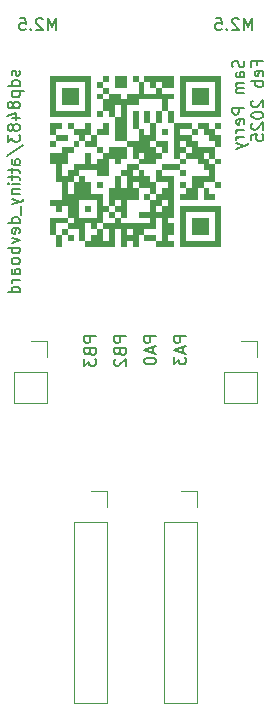
<source format=gbo>
%TF.GenerationSoftware,KiCad,Pcbnew,9.0.1*%
%TF.CreationDate,2025-04-18T18:53:21-04:00*%
%TF.ProjectId,attinyx14_dev,61747469-6e79-4783-9134-5f6465762e6b,rev?*%
%TF.SameCoordinates,Original*%
%TF.FileFunction,Legend,Bot*%
%TF.FilePolarity,Positive*%
%FSLAX46Y46*%
G04 Gerber Fmt 4.6, Leading zero omitted, Abs format (unit mm)*
G04 Created by KiCad (PCBNEW 9.0.1) date 2025-04-18 18:53:21*
%MOMM*%
%LPD*%
G01*
G04 APERTURE LIST*
%ADD10C,0.153000*%
%ADD11C,0.120000*%
G04 APERTURE END LIST*
D10*
X11489663Y-32713752D02*
X10489663Y-32713752D01*
X10489663Y-32713752D02*
X10489663Y-33094704D01*
X10489663Y-33094704D02*
X10537282Y-33189942D01*
X10537282Y-33189942D02*
X10584901Y-33237561D01*
X10584901Y-33237561D02*
X10680139Y-33285180D01*
X10680139Y-33285180D02*
X10822996Y-33285180D01*
X10822996Y-33285180D02*
X10918234Y-33237561D01*
X10918234Y-33237561D02*
X10965853Y-33189942D01*
X10965853Y-33189942D02*
X11013472Y-33094704D01*
X11013472Y-33094704D02*
X11013472Y-32713752D01*
X10965853Y-34047085D02*
X11013472Y-34189942D01*
X11013472Y-34189942D02*
X11061091Y-34237561D01*
X11061091Y-34237561D02*
X11156329Y-34285180D01*
X11156329Y-34285180D02*
X11299186Y-34285180D01*
X11299186Y-34285180D02*
X11394424Y-34237561D01*
X11394424Y-34237561D02*
X11442044Y-34189942D01*
X11442044Y-34189942D02*
X11489663Y-34094704D01*
X11489663Y-34094704D02*
X11489663Y-33713752D01*
X11489663Y-33713752D02*
X10489663Y-33713752D01*
X10489663Y-33713752D02*
X10489663Y-34047085D01*
X10489663Y-34047085D02*
X10537282Y-34142323D01*
X10537282Y-34142323D02*
X10584901Y-34189942D01*
X10584901Y-34189942D02*
X10680139Y-34237561D01*
X10680139Y-34237561D02*
X10775377Y-34237561D01*
X10775377Y-34237561D02*
X10870615Y-34189942D01*
X10870615Y-34189942D02*
X10918234Y-34142323D01*
X10918234Y-34142323D02*
X10965853Y-34047085D01*
X10965853Y-34047085D02*
X10965853Y-33713752D01*
X10584901Y-34666133D02*
X10537282Y-34713752D01*
X10537282Y-34713752D02*
X10489663Y-34808990D01*
X10489663Y-34808990D02*
X10489663Y-35047085D01*
X10489663Y-35047085D02*
X10537282Y-35142323D01*
X10537282Y-35142323D02*
X10584901Y-35189942D01*
X10584901Y-35189942D02*
X10680139Y-35237561D01*
X10680139Y-35237561D02*
X10775377Y-35237561D01*
X10775377Y-35237561D02*
X10918234Y-35189942D01*
X10918234Y-35189942D02*
X11489663Y-34618514D01*
X11489663Y-34618514D02*
X11489663Y-35237561D01*
X16569663Y-32713752D02*
X15569663Y-32713752D01*
X15569663Y-32713752D02*
X15569663Y-33094704D01*
X15569663Y-33094704D02*
X15617282Y-33189942D01*
X15617282Y-33189942D02*
X15664901Y-33237561D01*
X15664901Y-33237561D02*
X15760139Y-33285180D01*
X15760139Y-33285180D02*
X15902996Y-33285180D01*
X15902996Y-33285180D02*
X15998234Y-33237561D01*
X15998234Y-33237561D02*
X16045853Y-33189942D01*
X16045853Y-33189942D02*
X16093472Y-33094704D01*
X16093472Y-33094704D02*
X16093472Y-32713752D01*
X16283948Y-33666133D02*
X16283948Y-34142323D01*
X16569663Y-33570895D02*
X15569663Y-33904228D01*
X15569663Y-33904228D02*
X16569663Y-34237561D01*
X15569663Y-34475657D02*
X15569663Y-35094704D01*
X15569663Y-35094704D02*
X15950615Y-34761371D01*
X15950615Y-34761371D02*
X15950615Y-34904228D01*
X15950615Y-34904228D02*
X15998234Y-34999466D01*
X15998234Y-34999466D02*
X16045853Y-35047085D01*
X16045853Y-35047085D02*
X16141091Y-35094704D01*
X16141091Y-35094704D02*
X16379186Y-35094704D01*
X16379186Y-35094704D02*
X16474424Y-35047085D01*
X16474424Y-35047085D02*
X16522044Y-34999466D01*
X16522044Y-34999466D02*
X16569663Y-34904228D01*
X16569663Y-34904228D02*
X16569663Y-34618514D01*
X16569663Y-34618514D02*
X16522044Y-34523276D01*
X16522044Y-34523276D02*
X16474424Y-34475657D01*
X21452100Y-9381133D02*
X21499719Y-9523990D01*
X21499719Y-9523990D02*
X21499719Y-9762085D01*
X21499719Y-9762085D02*
X21452100Y-9857323D01*
X21452100Y-9857323D02*
X21404480Y-9904942D01*
X21404480Y-9904942D02*
X21309242Y-9952561D01*
X21309242Y-9952561D02*
X21214004Y-9952561D01*
X21214004Y-9952561D02*
X21118766Y-9904942D01*
X21118766Y-9904942D02*
X21071147Y-9857323D01*
X21071147Y-9857323D02*
X21023528Y-9762085D01*
X21023528Y-9762085D02*
X20975909Y-9571609D01*
X20975909Y-9571609D02*
X20928290Y-9476371D01*
X20928290Y-9476371D02*
X20880671Y-9428752D01*
X20880671Y-9428752D02*
X20785433Y-9381133D01*
X20785433Y-9381133D02*
X20690195Y-9381133D01*
X20690195Y-9381133D02*
X20594957Y-9428752D01*
X20594957Y-9428752D02*
X20547338Y-9476371D01*
X20547338Y-9476371D02*
X20499719Y-9571609D01*
X20499719Y-9571609D02*
X20499719Y-9809704D01*
X20499719Y-9809704D02*
X20547338Y-9952561D01*
X21499719Y-10809704D02*
X20975909Y-10809704D01*
X20975909Y-10809704D02*
X20880671Y-10762085D01*
X20880671Y-10762085D02*
X20833052Y-10666847D01*
X20833052Y-10666847D02*
X20833052Y-10476371D01*
X20833052Y-10476371D02*
X20880671Y-10381133D01*
X21452100Y-10809704D02*
X21499719Y-10714466D01*
X21499719Y-10714466D02*
X21499719Y-10476371D01*
X21499719Y-10476371D02*
X21452100Y-10381133D01*
X21452100Y-10381133D02*
X21356861Y-10333514D01*
X21356861Y-10333514D02*
X21261623Y-10333514D01*
X21261623Y-10333514D02*
X21166385Y-10381133D01*
X21166385Y-10381133D02*
X21118766Y-10476371D01*
X21118766Y-10476371D02*
X21118766Y-10714466D01*
X21118766Y-10714466D02*
X21071147Y-10809704D01*
X21499719Y-11285895D02*
X20833052Y-11285895D01*
X20928290Y-11285895D02*
X20880671Y-11333514D01*
X20880671Y-11333514D02*
X20833052Y-11428752D01*
X20833052Y-11428752D02*
X20833052Y-11571609D01*
X20833052Y-11571609D02*
X20880671Y-11666847D01*
X20880671Y-11666847D02*
X20975909Y-11714466D01*
X20975909Y-11714466D02*
X21499719Y-11714466D01*
X20975909Y-11714466D02*
X20880671Y-11762085D01*
X20880671Y-11762085D02*
X20833052Y-11857323D01*
X20833052Y-11857323D02*
X20833052Y-12000180D01*
X20833052Y-12000180D02*
X20880671Y-12095419D01*
X20880671Y-12095419D02*
X20975909Y-12143038D01*
X20975909Y-12143038D02*
X21499719Y-12143038D01*
X21499719Y-13381133D02*
X20499719Y-13381133D01*
X20499719Y-13381133D02*
X20499719Y-13762085D01*
X20499719Y-13762085D02*
X20547338Y-13857323D01*
X20547338Y-13857323D02*
X20594957Y-13904942D01*
X20594957Y-13904942D02*
X20690195Y-13952561D01*
X20690195Y-13952561D02*
X20833052Y-13952561D01*
X20833052Y-13952561D02*
X20928290Y-13904942D01*
X20928290Y-13904942D02*
X20975909Y-13857323D01*
X20975909Y-13857323D02*
X21023528Y-13762085D01*
X21023528Y-13762085D02*
X21023528Y-13381133D01*
X21452100Y-14762085D02*
X21499719Y-14666847D01*
X21499719Y-14666847D02*
X21499719Y-14476371D01*
X21499719Y-14476371D02*
X21452100Y-14381133D01*
X21452100Y-14381133D02*
X21356861Y-14333514D01*
X21356861Y-14333514D02*
X20975909Y-14333514D01*
X20975909Y-14333514D02*
X20880671Y-14381133D01*
X20880671Y-14381133D02*
X20833052Y-14476371D01*
X20833052Y-14476371D02*
X20833052Y-14666847D01*
X20833052Y-14666847D02*
X20880671Y-14762085D01*
X20880671Y-14762085D02*
X20975909Y-14809704D01*
X20975909Y-14809704D02*
X21071147Y-14809704D01*
X21071147Y-14809704D02*
X21166385Y-14333514D01*
X21499719Y-15238276D02*
X20833052Y-15238276D01*
X21023528Y-15238276D02*
X20928290Y-15285895D01*
X20928290Y-15285895D02*
X20880671Y-15333514D01*
X20880671Y-15333514D02*
X20833052Y-15428752D01*
X20833052Y-15428752D02*
X20833052Y-15523990D01*
X21499719Y-15857324D02*
X20833052Y-15857324D01*
X21023528Y-15857324D02*
X20928290Y-15904943D01*
X20928290Y-15904943D02*
X20880671Y-15952562D01*
X20880671Y-15952562D02*
X20833052Y-16047800D01*
X20833052Y-16047800D02*
X20833052Y-16143038D01*
X20833052Y-16381134D02*
X21499719Y-16619229D01*
X20833052Y-16857324D02*
X21499719Y-16619229D01*
X21499719Y-16619229D02*
X21737814Y-16523991D01*
X21737814Y-16523991D02*
X21785433Y-16476372D01*
X21785433Y-16476372D02*
X21833052Y-16381134D01*
X22585853Y-9762085D02*
X22585853Y-9428752D01*
X23109663Y-9428752D02*
X22109663Y-9428752D01*
X22109663Y-9428752D02*
X22109663Y-9904942D01*
X23062044Y-10666847D02*
X23109663Y-10571609D01*
X23109663Y-10571609D02*
X23109663Y-10381133D01*
X23109663Y-10381133D02*
X23062044Y-10285895D01*
X23062044Y-10285895D02*
X22966805Y-10238276D01*
X22966805Y-10238276D02*
X22585853Y-10238276D01*
X22585853Y-10238276D02*
X22490615Y-10285895D01*
X22490615Y-10285895D02*
X22442996Y-10381133D01*
X22442996Y-10381133D02*
X22442996Y-10571609D01*
X22442996Y-10571609D02*
X22490615Y-10666847D01*
X22490615Y-10666847D02*
X22585853Y-10714466D01*
X22585853Y-10714466D02*
X22681091Y-10714466D01*
X22681091Y-10714466D02*
X22776329Y-10238276D01*
X23109663Y-11143038D02*
X22109663Y-11143038D01*
X22490615Y-11143038D02*
X22442996Y-11238276D01*
X22442996Y-11238276D02*
X22442996Y-11428752D01*
X22442996Y-11428752D02*
X22490615Y-11523990D01*
X22490615Y-11523990D02*
X22538234Y-11571609D01*
X22538234Y-11571609D02*
X22633472Y-11619228D01*
X22633472Y-11619228D02*
X22919186Y-11619228D01*
X22919186Y-11619228D02*
X23014424Y-11571609D01*
X23014424Y-11571609D02*
X23062044Y-11523990D01*
X23062044Y-11523990D02*
X23109663Y-11428752D01*
X23109663Y-11428752D02*
X23109663Y-11238276D01*
X23109663Y-11238276D02*
X23062044Y-11143038D01*
X22204901Y-12762086D02*
X22157282Y-12809705D01*
X22157282Y-12809705D02*
X22109663Y-12904943D01*
X22109663Y-12904943D02*
X22109663Y-13143038D01*
X22109663Y-13143038D02*
X22157282Y-13238276D01*
X22157282Y-13238276D02*
X22204901Y-13285895D01*
X22204901Y-13285895D02*
X22300139Y-13333514D01*
X22300139Y-13333514D02*
X22395377Y-13333514D01*
X22395377Y-13333514D02*
X22538234Y-13285895D01*
X22538234Y-13285895D02*
X23109663Y-12714467D01*
X23109663Y-12714467D02*
X23109663Y-13333514D01*
X22109663Y-13952562D02*
X22109663Y-14047800D01*
X22109663Y-14047800D02*
X22157282Y-14143038D01*
X22157282Y-14143038D02*
X22204901Y-14190657D01*
X22204901Y-14190657D02*
X22300139Y-14238276D01*
X22300139Y-14238276D02*
X22490615Y-14285895D01*
X22490615Y-14285895D02*
X22728710Y-14285895D01*
X22728710Y-14285895D02*
X22919186Y-14238276D01*
X22919186Y-14238276D02*
X23014424Y-14190657D01*
X23014424Y-14190657D02*
X23062044Y-14143038D01*
X23062044Y-14143038D02*
X23109663Y-14047800D01*
X23109663Y-14047800D02*
X23109663Y-13952562D01*
X23109663Y-13952562D02*
X23062044Y-13857324D01*
X23062044Y-13857324D02*
X23014424Y-13809705D01*
X23014424Y-13809705D02*
X22919186Y-13762086D01*
X22919186Y-13762086D02*
X22728710Y-13714467D01*
X22728710Y-13714467D02*
X22490615Y-13714467D01*
X22490615Y-13714467D02*
X22300139Y-13762086D01*
X22300139Y-13762086D02*
X22204901Y-13809705D01*
X22204901Y-13809705D02*
X22157282Y-13857324D01*
X22157282Y-13857324D02*
X22109663Y-13952562D01*
X22204901Y-14666848D02*
X22157282Y-14714467D01*
X22157282Y-14714467D02*
X22109663Y-14809705D01*
X22109663Y-14809705D02*
X22109663Y-15047800D01*
X22109663Y-15047800D02*
X22157282Y-15143038D01*
X22157282Y-15143038D02*
X22204901Y-15190657D01*
X22204901Y-15190657D02*
X22300139Y-15238276D01*
X22300139Y-15238276D02*
X22395377Y-15238276D01*
X22395377Y-15238276D02*
X22538234Y-15190657D01*
X22538234Y-15190657D02*
X23109663Y-14619229D01*
X23109663Y-14619229D02*
X23109663Y-15238276D01*
X22109663Y-16143038D02*
X22109663Y-15666848D01*
X22109663Y-15666848D02*
X22585853Y-15619229D01*
X22585853Y-15619229D02*
X22538234Y-15666848D01*
X22538234Y-15666848D02*
X22490615Y-15762086D01*
X22490615Y-15762086D02*
X22490615Y-16000181D01*
X22490615Y-16000181D02*
X22538234Y-16095419D01*
X22538234Y-16095419D02*
X22585853Y-16143038D01*
X22585853Y-16143038D02*
X22681091Y-16190657D01*
X22681091Y-16190657D02*
X22919186Y-16190657D01*
X22919186Y-16190657D02*
X23014424Y-16143038D01*
X23014424Y-16143038D02*
X23062044Y-16095419D01*
X23062044Y-16095419D02*
X23109663Y-16000181D01*
X23109663Y-16000181D02*
X23109663Y-15762086D01*
X23109663Y-15762086D02*
X23062044Y-15666848D01*
X23062044Y-15666848D02*
X23014424Y-15619229D01*
X2442044Y-10229340D02*
X2489663Y-10324578D01*
X2489663Y-10324578D02*
X2489663Y-10515054D01*
X2489663Y-10515054D02*
X2442044Y-10610292D01*
X2442044Y-10610292D02*
X2346805Y-10657911D01*
X2346805Y-10657911D02*
X2299186Y-10657911D01*
X2299186Y-10657911D02*
X2203948Y-10610292D01*
X2203948Y-10610292D02*
X2156329Y-10515054D01*
X2156329Y-10515054D02*
X2156329Y-10372197D01*
X2156329Y-10372197D02*
X2108710Y-10276959D01*
X2108710Y-10276959D02*
X2013472Y-10229340D01*
X2013472Y-10229340D02*
X1965853Y-10229340D01*
X1965853Y-10229340D02*
X1870615Y-10276959D01*
X1870615Y-10276959D02*
X1822996Y-10372197D01*
X1822996Y-10372197D02*
X1822996Y-10515054D01*
X1822996Y-10515054D02*
X1870615Y-10610292D01*
X2489663Y-11515054D02*
X1489663Y-11515054D01*
X2442044Y-11515054D02*
X2489663Y-11419816D01*
X2489663Y-11419816D02*
X2489663Y-11229340D01*
X2489663Y-11229340D02*
X2442044Y-11134102D01*
X2442044Y-11134102D02*
X2394424Y-11086483D01*
X2394424Y-11086483D02*
X2299186Y-11038864D01*
X2299186Y-11038864D02*
X2013472Y-11038864D01*
X2013472Y-11038864D02*
X1918234Y-11086483D01*
X1918234Y-11086483D02*
X1870615Y-11134102D01*
X1870615Y-11134102D02*
X1822996Y-11229340D01*
X1822996Y-11229340D02*
X1822996Y-11419816D01*
X1822996Y-11419816D02*
X1870615Y-11515054D01*
X1822996Y-11991245D02*
X2822996Y-11991245D01*
X1870615Y-11991245D02*
X1822996Y-12086483D01*
X1822996Y-12086483D02*
X1822996Y-12276959D01*
X1822996Y-12276959D02*
X1870615Y-12372197D01*
X1870615Y-12372197D02*
X1918234Y-12419816D01*
X1918234Y-12419816D02*
X2013472Y-12467435D01*
X2013472Y-12467435D02*
X2299186Y-12467435D01*
X2299186Y-12467435D02*
X2394424Y-12419816D01*
X2394424Y-12419816D02*
X2442044Y-12372197D01*
X2442044Y-12372197D02*
X2489663Y-12276959D01*
X2489663Y-12276959D02*
X2489663Y-12086483D01*
X2489663Y-12086483D02*
X2442044Y-11991245D01*
X1918234Y-13038864D02*
X1870615Y-12943626D01*
X1870615Y-12943626D02*
X1822996Y-12896007D01*
X1822996Y-12896007D02*
X1727758Y-12848388D01*
X1727758Y-12848388D02*
X1680139Y-12848388D01*
X1680139Y-12848388D02*
X1584901Y-12896007D01*
X1584901Y-12896007D02*
X1537282Y-12943626D01*
X1537282Y-12943626D02*
X1489663Y-13038864D01*
X1489663Y-13038864D02*
X1489663Y-13229340D01*
X1489663Y-13229340D02*
X1537282Y-13324578D01*
X1537282Y-13324578D02*
X1584901Y-13372197D01*
X1584901Y-13372197D02*
X1680139Y-13419816D01*
X1680139Y-13419816D02*
X1727758Y-13419816D01*
X1727758Y-13419816D02*
X1822996Y-13372197D01*
X1822996Y-13372197D02*
X1870615Y-13324578D01*
X1870615Y-13324578D02*
X1918234Y-13229340D01*
X1918234Y-13229340D02*
X1918234Y-13038864D01*
X1918234Y-13038864D02*
X1965853Y-12943626D01*
X1965853Y-12943626D02*
X2013472Y-12896007D01*
X2013472Y-12896007D02*
X2108710Y-12848388D01*
X2108710Y-12848388D02*
X2299186Y-12848388D01*
X2299186Y-12848388D02*
X2394424Y-12896007D01*
X2394424Y-12896007D02*
X2442044Y-12943626D01*
X2442044Y-12943626D02*
X2489663Y-13038864D01*
X2489663Y-13038864D02*
X2489663Y-13229340D01*
X2489663Y-13229340D02*
X2442044Y-13324578D01*
X2442044Y-13324578D02*
X2394424Y-13372197D01*
X2394424Y-13372197D02*
X2299186Y-13419816D01*
X2299186Y-13419816D02*
X2108710Y-13419816D01*
X2108710Y-13419816D02*
X2013472Y-13372197D01*
X2013472Y-13372197D02*
X1965853Y-13324578D01*
X1965853Y-13324578D02*
X1918234Y-13229340D01*
X1822996Y-14276959D02*
X2489663Y-14276959D01*
X1442044Y-14038864D02*
X2156329Y-13800769D01*
X2156329Y-13800769D02*
X2156329Y-14419816D01*
X1918234Y-14943626D02*
X1870615Y-14848388D01*
X1870615Y-14848388D02*
X1822996Y-14800769D01*
X1822996Y-14800769D02*
X1727758Y-14753150D01*
X1727758Y-14753150D02*
X1680139Y-14753150D01*
X1680139Y-14753150D02*
X1584901Y-14800769D01*
X1584901Y-14800769D02*
X1537282Y-14848388D01*
X1537282Y-14848388D02*
X1489663Y-14943626D01*
X1489663Y-14943626D02*
X1489663Y-15134102D01*
X1489663Y-15134102D02*
X1537282Y-15229340D01*
X1537282Y-15229340D02*
X1584901Y-15276959D01*
X1584901Y-15276959D02*
X1680139Y-15324578D01*
X1680139Y-15324578D02*
X1727758Y-15324578D01*
X1727758Y-15324578D02*
X1822996Y-15276959D01*
X1822996Y-15276959D02*
X1870615Y-15229340D01*
X1870615Y-15229340D02*
X1918234Y-15134102D01*
X1918234Y-15134102D02*
X1918234Y-14943626D01*
X1918234Y-14943626D02*
X1965853Y-14848388D01*
X1965853Y-14848388D02*
X2013472Y-14800769D01*
X2013472Y-14800769D02*
X2108710Y-14753150D01*
X2108710Y-14753150D02*
X2299186Y-14753150D01*
X2299186Y-14753150D02*
X2394424Y-14800769D01*
X2394424Y-14800769D02*
X2442044Y-14848388D01*
X2442044Y-14848388D02*
X2489663Y-14943626D01*
X2489663Y-14943626D02*
X2489663Y-15134102D01*
X2489663Y-15134102D02*
X2442044Y-15229340D01*
X2442044Y-15229340D02*
X2394424Y-15276959D01*
X2394424Y-15276959D02*
X2299186Y-15324578D01*
X2299186Y-15324578D02*
X2108710Y-15324578D01*
X2108710Y-15324578D02*
X2013472Y-15276959D01*
X2013472Y-15276959D02*
X1965853Y-15229340D01*
X1965853Y-15229340D02*
X1918234Y-15134102D01*
X1489663Y-15657912D02*
X1489663Y-16276959D01*
X1489663Y-16276959D02*
X1870615Y-15943626D01*
X1870615Y-15943626D02*
X1870615Y-16086483D01*
X1870615Y-16086483D02*
X1918234Y-16181721D01*
X1918234Y-16181721D02*
X1965853Y-16229340D01*
X1965853Y-16229340D02*
X2061091Y-16276959D01*
X2061091Y-16276959D02*
X2299186Y-16276959D01*
X2299186Y-16276959D02*
X2394424Y-16229340D01*
X2394424Y-16229340D02*
X2442044Y-16181721D01*
X2442044Y-16181721D02*
X2489663Y-16086483D01*
X2489663Y-16086483D02*
X2489663Y-15800769D01*
X2489663Y-15800769D02*
X2442044Y-15705531D01*
X2442044Y-15705531D02*
X2394424Y-15657912D01*
X1442044Y-17419816D02*
X2727758Y-16562674D01*
X2489663Y-18181721D02*
X1965853Y-18181721D01*
X1965853Y-18181721D02*
X1870615Y-18134102D01*
X1870615Y-18134102D02*
X1822996Y-18038864D01*
X1822996Y-18038864D02*
X1822996Y-17848388D01*
X1822996Y-17848388D02*
X1870615Y-17753150D01*
X2442044Y-18181721D02*
X2489663Y-18086483D01*
X2489663Y-18086483D02*
X2489663Y-17848388D01*
X2489663Y-17848388D02*
X2442044Y-17753150D01*
X2442044Y-17753150D02*
X2346805Y-17705531D01*
X2346805Y-17705531D02*
X2251567Y-17705531D01*
X2251567Y-17705531D02*
X2156329Y-17753150D01*
X2156329Y-17753150D02*
X2108710Y-17848388D01*
X2108710Y-17848388D02*
X2108710Y-18086483D01*
X2108710Y-18086483D02*
X2061091Y-18181721D01*
X1822996Y-18515055D02*
X1822996Y-18896007D01*
X1489663Y-18657912D02*
X2346805Y-18657912D01*
X2346805Y-18657912D02*
X2442044Y-18705531D01*
X2442044Y-18705531D02*
X2489663Y-18800769D01*
X2489663Y-18800769D02*
X2489663Y-18896007D01*
X1822996Y-19086484D02*
X1822996Y-19467436D01*
X1489663Y-19229341D02*
X2346805Y-19229341D01*
X2346805Y-19229341D02*
X2442044Y-19276960D01*
X2442044Y-19276960D02*
X2489663Y-19372198D01*
X2489663Y-19372198D02*
X2489663Y-19467436D01*
X2489663Y-19800770D02*
X1822996Y-19800770D01*
X1489663Y-19800770D02*
X1537282Y-19753151D01*
X1537282Y-19753151D02*
X1584901Y-19800770D01*
X1584901Y-19800770D02*
X1537282Y-19848389D01*
X1537282Y-19848389D02*
X1489663Y-19800770D01*
X1489663Y-19800770D02*
X1584901Y-19800770D01*
X1822996Y-20276960D02*
X2489663Y-20276960D01*
X1918234Y-20276960D02*
X1870615Y-20324579D01*
X1870615Y-20324579D02*
X1822996Y-20419817D01*
X1822996Y-20419817D02*
X1822996Y-20562674D01*
X1822996Y-20562674D02*
X1870615Y-20657912D01*
X1870615Y-20657912D02*
X1965853Y-20705531D01*
X1965853Y-20705531D02*
X2489663Y-20705531D01*
X1822996Y-21086484D02*
X2489663Y-21324579D01*
X1822996Y-21562674D02*
X2489663Y-21324579D01*
X2489663Y-21324579D02*
X2727758Y-21229341D01*
X2727758Y-21229341D02*
X2775377Y-21181722D01*
X2775377Y-21181722D02*
X2822996Y-21086484D01*
X2584901Y-21705532D02*
X2584901Y-22467436D01*
X2489663Y-23134103D02*
X1489663Y-23134103D01*
X2442044Y-23134103D02*
X2489663Y-23038865D01*
X2489663Y-23038865D02*
X2489663Y-22848389D01*
X2489663Y-22848389D02*
X2442044Y-22753151D01*
X2442044Y-22753151D02*
X2394424Y-22705532D01*
X2394424Y-22705532D02*
X2299186Y-22657913D01*
X2299186Y-22657913D02*
X2013472Y-22657913D01*
X2013472Y-22657913D02*
X1918234Y-22705532D01*
X1918234Y-22705532D02*
X1870615Y-22753151D01*
X1870615Y-22753151D02*
X1822996Y-22848389D01*
X1822996Y-22848389D02*
X1822996Y-23038865D01*
X1822996Y-23038865D02*
X1870615Y-23134103D01*
X2442044Y-23991246D02*
X2489663Y-23896008D01*
X2489663Y-23896008D02*
X2489663Y-23705532D01*
X2489663Y-23705532D02*
X2442044Y-23610294D01*
X2442044Y-23610294D02*
X2346805Y-23562675D01*
X2346805Y-23562675D02*
X1965853Y-23562675D01*
X1965853Y-23562675D02*
X1870615Y-23610294D01*
X1870615Y-23610294D02*
X1822996Y-23705532D01*
X1822996Y-23705532D02*
X1822996Y-23896008D01*
X1822996Y-23896008D02*
X1870615Y-23991246D01*
X1870615Y-23991246D02*
X1965853Y-24038865D01*
X1965853Y-24038865D02*
X2061091Y-24038865D01*
X2061091Y-24038865D02*
X2156329Y-23562675D01*
X1822996Y-24372199D02*
X2489663Y-24610294D01*
X2489663Y-24610294D02*
X1822996Y-24848389D01*
X2489663Y-25229342D02*
X1489663Y-25229342D01*
X1870615Y-25229342D02*
X1822996Y-25324580D01*
X1822996Y-25324580D02*
X1822996Y-25515056D01*
X1822996Y-25515056D02*
X1870615Y-25610294D01*
X1870615Y-25610294D02*
X1918234Y-25657913D01*
X1918234Y-25657913D02*
X2013472Y-25705532D01*
X2013472Y-25705532D02*
X2299186Y-25705532D01*
X2299186Y-25705532D02*
X2394424Y-25657913D01*
X2394424Y-25657913D02*
X2442044Y-25610294D01*
X2442044Y-25610294D02*
X2489663Y-25515056D01*
X2489663Y-25515056D02*
X2489663Y-25324580D01*
X2489663Y-25324580D02*
X2442044Y-25229342D01*
X2489663Y-26276961D02*
X2442044Y-26181723D01*
X2442044Y-26181723D02*
X2394424Y-26134104D01*
X2394424Y-26134104D02*
X2299186Y-26086485D01*
X2299186Y-26086485D02*
X2013472Y-26086485D01*
X2013472Y-26086485D02*
X1918234Y-26134104D01*
X1918234Y-26134104D02*
X1870615Y-26181723D01*
X1870615Y-26181723D02*
X1822996Y-26276961D01*
X1822996Y-26276961D02*
X1822996Y-26419818D01*
X1822996Y-26419818D02*
X1870615Y-26515056D01*
X1870615Y-26515056D02*
X1918234Y-26562675D01*
X1918234Y-26562675D02*
X2013472Y-26610294D01*
X2013472Y-26610294D02*
X2299186Y-26610294D01*
X2299186Y-26610294D02*
X2394424Y-26562675D01*
X2394424Y-26562675D02*
X2442044Y-26515056D01*
X2442044Y-26515056D02*
X2489663Y-26419818D01*
X2489663Y-26419818D02*
X2489663Y-26276961D01*
X2489663Y-27467437D02*
X1965853Y-27467437D01*
X1965853Y-27467437D02*
X1870615Y-27419818D01*
X1870615Y-27419818D02*
X1822996Y-27324580D01*
X1822996Y-27324580D02*
X1822996Y-27134104D01*
X1822996Y-27134104D02*
X1870615Y-27038866D01*
X2442044Y-27467437D02*
X2489663Y-27372199D01*
X2489663Y-27372199D02*
X2489663Y-27134104D01*
X2489663Y-27134104D02*
X2442044Y-27038866D01*
X2442044Y-27038866D02*
X2346805Y-26991247D01*
X2346805Y-26991247D02*
X2251567Y-26991247D01*
X2251567Y-26991247D02*
X2156329Y-27038866D01*
X2156329Y-27038866D02*
X2108710Y-27134104D01*
X2108710Y-27134104D02*
X2108710Y-27372199D01*
X2108710Y-27372199D02*
X2061091Y-27467437D01*
X2489663Y-27943628D02*
X1822996Y-27943628D01*
X2013472Y-27943628D02*
X1918234Y-27991247D01*
X1918234Y-27991247D02*
X1870615Y-28038866D01*
X1870615Y-28038866D02*
X1822996Y-28134104D01*
X1822996Y-28134104D02*
X1822996Y-28229342D01*
X2489663Y-28991247D02*
X1489663Y-28991247D01*
X2442044Y-28991247D02*
X2489663Y-28896009D01*
X2489663Y-28896009D02*
X2489663Y-28705533D01*
X2489663Y-28705533D02*
X2442044Y-28610295D01*
X2442044Y-28610295D02*
X2394424Y-28562676D01*
X2394424Y-28562676D02*
X2299186Y-28515057D01*
X2299186Y-28515057D02*
X2013472Y-28515057D01*
X2013472Y-28515057D02*
X1918234Y-28562676D01*
X1918234Y-28562676D02*
X1870615Y-28610295D01*
X1870615Y-28610295D02*
X1822996Y-28705533D01*
X1822996Y-28705533D02*
X1822996Y-28896009D01*
X1822996Y-28896009D02*
X1870615Y-28991247D01*
X22123808Y-6789663D02*
X22123808Y-5789663D01*
X22123808Y-5789663D02*
X21790475Y-6503948D01*
X21790475Y-6503948D02*
X21457142Y-5789663D01*
X21457142Y-5789663D02*
X21457142Y-6789663D01*
X21028570Y-5884901D02*
X20980951Y-5837282D01*
X20980951Y-5837282D02*
X20885713Y-5789663D01*
X20885713Y-5789663D02*
X20647618Y-5789663D01*
X20647618Y-5789663D02*
X20552380Y-5837282D01*
X20552380Y-5837282D02*
X20504761Y-5884901D01*
X20504761Y-5884901D02*
X20457142Y-5980139D01*
X20457142Y-5980139D02*
X20457142Y-6075377D01*
X20457142Y-6075377D02*
X20504761Y-6218234D01*
X20504761Y-6218234D02*
X21076189Y-6789663D01*
X21076189Y-6789663D02*
X20457142Y-6789663D01*
X20028570Y-6694424D02*
X19980951Y-6742044D01*
X19980951Y-6742044D02*
X20028570Y-6789663D01*
X20028570Y-6789663D02*
X20076189Y-6742044D01*
X20076189Y-6742044D02*
X20028570Y-6694424D01*
X20028570Y-6694424D02*
X20028570Y-6789663D01*
X19076190Y-5789663D02*
X19552380Y-5789663D01*
X19552380Y-5789663D02*
X19599999Y-6265853D01*
X19599999Y-6265853D02*
X19552380Y-6218234D01*
X19552380Y-6218234D02*
X19457142Y-6170615D01*
X19457142Y-6170615D02*
X19219047Y-6170615D01*
X19219047Y-6170615D02*
X19123809Y-6218234D01*
X19123809Y-6218234D02*
X19076190Y-6265853D01*
X19076190Y-6265853D02*
X19028571Y-6361091D01*
X19028571Y-6361091D02*
X19028571Y-6599186D01*
X19028571Y-6599186D02*
X19076190Y-6694424D01*
X19076190Y-6694424D02*
X19123809Y-6742044D01*
X19123809Y-6742044D02*
X19219047Y-6789663D01*
X19219047Y-6789663D02*
X19457142Y-6789663D01*
X19457142Y-6789663D02*
X19552380Y-6742044D01*
X19552380Y-6742044D02*
X19599999Y-6694424D01*
X5523808Y-6789663D02*
X5523808Y-5789663D01*
X5523808Y-5789663D02*
X5190475Y-6503948D01*
X5190475Y-6503948D02*
X4857142Y-5789663D01*
X4857142Y-5789663D02*
X4857142Y-6789663D01*
X4428570Y-5884901D02*
X4380951Y-5837282D01*
X4380951Y-5837282D02*
X4285713Y-5789663D01*
X4285713Y-5789663D02*
X4047618Y-5789663D01*
X4047618Y-5789663D02*
X3952380Y-5837282D01*
X3952380Y-5837282D02*
X3904761Y-5884901D01*
X3904761Y-5884901D02*
X3857142Y-5980139D01*
X3857142Y-5980139D02*
X3857142Y-6075377D01*
X3857142Y-6075377D02*
X3904761Y-6218234D01*
X3904761Y-6218234D02*
X4476189Y-6789663D01*
X4476189Y-6789663D02*
X3857142Y-6789663D01*
X3428570Y-6694424D02*
X3380951Y-6742044D01*
X3380951Y-6742044D02*
X3428570Y-6789663D01*
X3428570Y-6789663D02*
X3476189Y-6742044D01*
X3476189Y-6742044D02*
X3428570Y-6694424D01*
X3428570Y-6694424D02*
X3428570Y-6789663D01*
X2476190Y-5789663D02*
X2952380Y-5789663D01*
X2952380Y-5789663D02*
X2999999Y-6265853D01*
X2999999Y-6265853D02*
X2952380Y-6218234D01*
X2952380Y-6218234D02*
X2857142Y-6170615D01*
X2857142Y-6170615D02*
X2619047Y-6170615D01*
X2619047Y-6170615D02*
X2523809Y-6218234D01*
X2523809Y-6218234D02*
X2476190Y-6265853D01*
X2476190Y-6265853D02*
X2428571Y-6361091D01*
X2428571Y-6361091D02*
X2428571Y-6599186D01*
X2428571Y-6599186D02*
X2476190Y-6694424D01*
X2476190Y-6694424D02*
X2523809Y-6742044D01*
X2523809Y-6742044D02*
X2619047Y-6789663D01*
X2619047Y-6789663D02*
X2857142Y-6789663D01*
X2857142Y-6789663D02*
X2952380Y-6742044D01*
X2952380Y-6742044D02*
X2999999Y-6694424D01*
X14029663Y-32713752D02*
X13029663Y-32713752D01*
X13029663Y-32713752D02*
X13029663Y-33094704D01*
X13029663Y-33094704D02*
X13077282Y-33189942D01*
X13077282Y-33189942D02*
X13124901Y-33237561D01*
X13124901Y-33237561D02*
X13220139Y-33285180D01*
X13220139Y-33285180D02*
X13362996Y-33285180D01*
X13362996Y-33285180D02*
X13458234Y-33237561D01*
X13458234Y-33237561D02*
X13505853Y-33189942D01*
X13505853Y-33189942D02*
X13553472Y-33094704D01*
X13553472Y-33094704D02*
X13553472Y-32713752D01*
X13743948Y-33666133D02*
X13743948Y-34142323D01*
X14029663Y-33570895D02*
X13029663Y-33904228D01*
X13029663Y-33904228D02*
X14029663Y-34237561D01*
X13029663Y-34761371D02*
X13029663Y-34856609D01*
X13029663Y-34856609D02*
X13077282Y-34951847D01*
X13077282Y-34951847D02*
X13124901Y-34999466D01*
X13124901Y-34999466D02*
X13220139Y-35047085D01*
X13220139Y-35047085D02*
X13410615Y-35094704D01*
X13410615Y-35094704D02*
X13648710Y-35094704D01*
X13648710Y-35094704D02*
X13839186Y-35047085D01*
X13839186Y-35047085D02*
X13934424Y-34999466D01*
X13934424Y-34999466D02*
X13982044Y-34951847D01*
X13982044Y-34951847D02*
X14029663Y-34856609D01*
X14029663Y-34856609D02*
X14029663Y-34761371D01*
X14029663Y-34761371D02*
X13982044Y-34666133D01*
X13982044Y-34666133D02*
X13934424Y-34618514D01*
X13934424Y-34618514D02*
X13839186Y-34570895D01*
X13839186Y-34570895D02*
X13648710Y-34523276D01*
X13648710Y-34523276D02*
X13410615Y-34523276D01*
X13410615Y-34523276D02*
X13220139Y-34570895D01*
X13220139Y-34570895D02*
X13124901Y-34618514D01*
X13124901Y-34618514D02*
X13077282Y-34666133D01*
X13077282Y-34666133D02*
X13029663Y-34761371D01*
X8949663Y-32713752D02*
X7949663Y-32713752D01*
X7949663Y-32713752D02*
X7949663Y-33094704D01*
X7949663Y-33094704D02*
X7997282Y-33189942D01*
X7997282Y-33189942D02*
X8044901Y-33237561D01*
X8044901Y-33237561D02*
X8140139Y-33285180D01*
X8140139Y-33285180D02*
X8282996Y-33285180D01*
X8282996Y-33285180D02*
X8378234Y-33237561D01*
X8378234Y-33237561D02*
X8425853Y-33189942D01*
X8425853Y-33189942D02*
X8473472Y-33094704D01*
X8473472Y-33094704D02*
X8473472Y-32713752D01*
X8425853Y-34047085D02*
X8473472Y-34189942D01*
X8473472Y-34189942D02*
X8521091Y-34237561D01*
X8521091Y-34237561D02*
X8616329Y-34285180D01*
X8616329Y-34285180D02*
X8759186Y-34285180D01*
X8759186Y-34285180D02*
X8854424Y-34237561D01*
X8854424Y-34237561D02*
X8902044Y-34189942D01*
X8902044Y-34189942D02*
X8949663Y-34094704D01*
X8949663Y-34094704D02*
X8949663Y-33713752D01*
X8949663Y-33713752D02*
X7949663Y-33713752D01*
X7949663Y-33713752D02*
X7949663Y-34047085D01*
X7949663Y-34047085D02*
X7997282Y-34142323D01*
X7997282Y-34142323D02*
X8044901Y-34189942D01*
X8044901Y-34189942D02*
X8140139Y-34237561D01*
X8140139Y-34237561D02*
X8235377Y-34237561D01*
X8235377Y-34237561D02*
X8330615Y-34189942D01*
X8330615Y-34189942D02*
X8378234Y-34142323D01*
X8378234Y-34142323D02*
X8425853Y-34047085D01*
X8425853Y-34047085D02*
X8425853Y-33713752D01*
X7949663Y-34618514D02*
X7949663Y-35237561D01*
X7949663Y-35237561D02*
X8330615Y-34904228D01*
X8330615Y-34904228D02*
X8330615Y-35047085D01*
X8330615Y-35047085D02*
X8378234Y-35142323D01*
X8378234Y-35142323D02*
X8425853Y-35189942D01*
X8425853Y-35189942D02*
X8521091Y-35237561D01*
X8521091Y-35237561D02*
X8759186Y-35237561D01*
X8759186Y-35237561D02*
X8854424Y-35189942D01*
X8854424Y-35189942D02*
X8902044Y-35142323D01*
X8902044Y-35142323D02*
X8949663Y-35047085D01*
X8949663Y-35047085D02*
X8949663Y-34761371D01*
X8949663Y-34761371D02*
X8902044Y-34666133D01*
X8902044Y-34666133D02*
X8854424Y-34618514D01*
D11*
%TO.C,J3*%
X14730000Y-48430000D02*
X14730000Y-63780000D01*
X17490000Y-45780000D02*
X16110000Y-45780000D01*
X17490000Y-47160000D02*
X17490000Y-45780000D01*
X17490000Y-48430000D02*
X14730000Y-48430000D01*
X17490000Y-48430000D02*
X17490000Y-63780000D01*
X17490000Y-63780000D02*
X14730000Y-63780000D01*
%TO.C,QR\u002A\u002A\u002A\u002A\u002A*%
G36*
X5550000Y-10670000D02*
G01*
X5050000Y-10670000D01*
X5050000Y-11170000D01*
X5550000Y-11170000D01*
X5550000Y-10670000D01*
G37*
G36*
X5550000Y-11170000D02*
G01*
X5050000Y-11170000D01*
X5050000Y-11670000D01*
X5550000Y-11670000D01*
X5550000Y-11170000D01*
G37*
G36*
X5550000Y-11670000D02*
G01*
X5050000Y-11670000D01*
X5050000Y-12170000D01*
X5550000Y-12170000D01*
X5550000Y-11670000D01*
G37*
G36*
X5550000Y-12170000D02*
G01*
X5050000Y-12170000D01*
X5050000Y-12670000D01*
X5550000Y-12670000D01*
X5550000Y-12170000D01*
G37*
G36*
X5550000Y-12670000D02*
G01*
X5050000Y-12670000D01*
X5050000Y-13170000D01*
X5550000Y-13170000D01*
X5550000Y-12670000D01*
G37*
G36*
X5550000Y-13170000D02*
G01*
X5050000Y-13170000D01*
X5050000Y-13670000D01*
X5550000Y-13670000D01*
X5550000Y-13170000D01*
G37*
G36*
X5550000Y-13670000D02*
G01*
X5050000Y-13670000D01*
X5050000Y-14170000D01*
X5550000Y-14170000D01*
X5550000Y-13670000D01*
G37*
G36*
X5550000Y-14670000D02*
G01*
X5050000Y-14670000D01*
X5050000Y-15170000D01*
X5550000Y-15170000D01*
X5550000Y-14670000D01*
G37*
G36*
X5550000Y-15170000D02*
G01*
X5050000Y-15170000D01*
X5050000Y-15670000D01*
X5550000Y-15670000D01*
X5550000Y-15170000D01*
G37*
G36*
X5550000Y-16170000D02*
G01*
X5050000Y-16170000D01*
X5050000Y-16670000D01*
X5550000Y-16670000D01*
X5550000Y-16170000D01*
G37*
G36*
X5550000Y-17170000D02*
G01*
X5050000Y-17170000D01*
X5050000Y-17670000D01*
X5550000Y-17670000D01*
X5550000Y-17170000D01*
G37*
G36*
X5550000Y-17670000D02*
G01*
X5050000Y-17670000D01*
X5050000Y-18170000D01*
X5550000Y-18170000D01*
X5550000Y-17670000D01*
G37*
G36*
X5550000Y-21170000D02*
G01*
X5050000Y-21170000D01*
X5050000Y-21670000D01*
X5550000Y-21670000D01*
X5550000Y-21170000D01*
G37*
G36*
X5550000Y-22670000D02*
G01*
X5050000Y-22670000D01*
X5050000Y-23170000D01*
X5550000Y-23170000D01*
X5550000Y-22670000D01*
G37*
G36*
X5550000Y-23170000D02*
G01*
X5050000Y-23170000D01*
X5050000Y-23670000D01*
X5550000Y-23670000D01*
X5550000Y-23170000D01*
G37*
G36*
X5550000Y-23670000D02*
G01*
X5050000Y-23670000D01*
X5050000Y-24170000D01*
X5550000Y-24170000D01*
X5550000Y-23670000D01*
G37*
G36*
X6050000Y-10670000D02*
G01*
X5550000Y-10670000D01*
X5550000Y-11170000D01*
X6050000Y-11170000D01*
X6050000Y-10670000D01*
G37*
G36*
X6050000Y-13670000D02*
G01*
X5550000Y-13670000D01*
X5550000Y-14170000D01*
X6050000Y-14170000D01*
X6050000Y-13670000D01*
G37*
G36*
X6050000Y-14670000D02*
G01*
X5550000Y-14670000D01*
X5550000Y-15170000D01*
X6050000Y-15170000D01*
X6050000Y-14670000D01*
G37*
G36*
X6050000Y-15670000D02*
G01*
X5550000Y-15670000D01*
X5550000Y-16170000D01*
X6050000Y-16170000D01*
X6050000Y-15670000D01*
G37*
G36*
X6050000Y-17170000D02*
G01*
X5550000Y-17170000D01*
X5550000Y-17670000D01*
X6050000Y-17670000D01*
X6050000Y-17170000D01*
G37*
G36*
X6050000Y-17670000D02*
G01*
X5550000Y-17670000D01*
X5550000Y-18170000D01*
X6050000Y-18170000D01*
X6050000Y-17670000D01*
G37*
G36*
X6050000Y-18170000D02*
G01*
X5550000Y-18170000D01*
X5550000Y-18670000D01*
X6050000Y-18670000D01*
X6050000Y-18170000D01*
G37*
G36*
X6050000Y-18670000D02*
G01*
X5550000Y-18670000D01*
X5550000Y-19170000D01*
X6050000Y-19170000D01*
X6050000Y-18670000D01*
G37*
G36*
X6050000Y-19170000D02*
G01*
X5550000Y-19170000D01*
X5550000Y-19670000D01*
X6050000Y-19670000D01*
X6050000Y-19170000D01*
G37*
G36*
X6050000Y-21170000D02*
G01*
X5550000Y-21170000D01*
X5550000Y-21670000D01*
X6050000Y-21670000D01*
X6050000Y-21170000D01*
G37*
G36*
X6050000Y-21670000D02*
G01*
X5550000Y-21670000D01*
X5550000Y-22170000D01*
X6050000Y-22170000D01*
X6050000Y-21670000D01*
G37*
G36*
X6050000Y-22670000D02*
G01*
X5550000Y-22670000D01*
X5550000Y-23170000D01*
X6050000Y-23170000D01*
X6050000Y-22670000D01*
G37*
G36*
X6050000Y-24170000D02*
G01*
X5550000Y-24170000D01*
X5550000Y-24670000D01*
X6050000Y-24670000D01*
X6050000Y-24170000D01*
G37*
G36*
X6050000Y-24670000D02*
G01*
X5550000Y-24670000D01*
X5550000Y-25170000D01*
X6050000Y-25170000D01*
X6050000Y-24670000D01*
G37*
G36*
X6550000Y-10670000D02*
G01*
X6050000Y-10670000D01*
X6050000Y-11170000D01*
X6550000Y-11170000D01*
X6550000Y-10670000D01*
G37*
G36*
X6550000Y-11670000D02*
G01*
X6050000Y-11670000D01*
X6050000Y-12170000D01*
X6550000Y-12170000D01*
X6550000Y-11670000D01*
G37*
G36*
X6550000Y-12170000D02*
G01*
X6050000Y-12170000D01*
X6050000Y-12670000D01*
X6550000Y-12670000D01*
X6550000Y-12170000D01*
G37*
G36*
X6550000Y-12670000D02*
G01*
X6050000Y-12670000D01*
X6050000Y-13170000D01*
X6550000Y-13170000D01*
X6550000Y-12670000D01*
G37*
G36*
X6550000Y-13670000D02*
G01*
X6050000Y-13670000D01*
X6050000Y-14170000D01*
X6550000Y-14170000D01*
X6550000Y-13670000D01*
G37*
G36*
X6550000Y-15670000D02*
G01*
X6050000Y-15670000D01*
X6050000Y-16170000D01*
X6550000Y-16170000D01*
X6550000Y-15670000D01*
G37*
G36*
X6550000Y-16670000D02*
G01*
X6050000Y-16670000D01*
X6050000Y-17170000D01*
X6550000Y-17170000D01*
X6550000Y-16670000D01*
G37*
G36*
X6550000Y-17170000D02*
G01*
X6050000Y-17170000D01*
X6050000Y-17670000D01*
X6550000Y-17670000D01*
X6550000Y-17170000D01*
G37*
G36*
X6550000Y-17670000D02*
G01*
X6050000Y-17670000D01*
X6050000Y-18170000D01*
X6550000Y-18170000D01*
X6550000Y-17670000D01*
G37*
G36*
X6550000Y-19170000D02*
G01*
X6050000Y-19170000D01*
X6050000Y-19670000D01*
X6550000Y-19670000D01*
X6550000Y-19170000D01*
G37*
G36*
X6550000Y-19670000D02*
G01*
X6050000Y-19670000D01*
X6050000Y-20170000D01*
X6550000Y-20170000D01*
X6550000Y-19670000D01*
G37*
G36*
X6550000Y-20170000D02*
G01*
X6050000Y-20170000D01*
X6050000Y-20670000D01*
X6550000Y-20670000D01*
X6550000Y-20170000D01*
G37*
G36*
X6550000Y-20670000D02*
G01*
X6050000Y-20670000D01*
X6050000Y-21170000D01*
X6550000Y-21170000D01*
X6550000Y-20670000D01*
G37*
G36*
X6550000Y-21170000D02*
G01*
X6050000Y-21170000D01*
X6050000Y-21670000D01*
X6550000Y-21670000D01*
X6550000Y-21170000D01*
G37*
G36*
X6550000Y-22670000D02*
G01*
X6050000Y-22670000D01*
X6050000Y-23170000D01*
X6550000Y-23170000D01*
X6550000Y-22670000D01*
G37*
G36*
X6550000Y-23670000D02*
G01*
X6050000Y-23670000D01*
X6050000Y-24170000D01*
X6550000Y-24170000D01*
X6550000Y-23670000D01*
G37*
G36*
X7050000Y-10670000D02*
G01*
X6550000Y-10670000D01*
X6550000Y-11170000D01*
X7050000Y-11170000D01*
X7050000Y-10670000D01*
G37*
G36*
X7050000Y-11670000D02*
G01*
X6550000Y-11670000D01*
X6550000Y-12170000D01*
X7050000Y-12170000D01*
X7050000Y-11670000D01*
G37*
G36*
X7050000Y-12170000D02*
G01*
X6550000Y-12170000D01*
X6550000Y-12670000D01*
X7050000Y-12670000D01*
X7050000Y-12170000D01*
G37*
G36*
X7050000Y-12670000D02*
G01*
X6550000Y-12670000D01*
X6550000Y-13170000D01*
X7050000Y-13170000D01*
X7050000Y-12670000D01*
G37*
G36*
X7050000Y-13670000D02*
G01*
X6550000Y-13670000D01*
X6550000Y-14170000D01*
X7050000Y-14170000D01*
X7050000Y-13670000D01*
G37*
G36*
X7050000Y-14670000D02*
G01*
X6550000Y-14670000D01*
X6550000Y-15170000D01*
X7050000Y-15170000D01*
X7050000Y-14670000D01*
G37*
G36*
X7050000Y-16670000D02*
G01*
X6550000Y-16670000D01*
X6550000Y-17170000D01*
X7050000Y-17170000D01*
X7050000Y-16670000D01*
G37*
G36*
X7050000Y-18670000D02*
G01*
X6550000Y-18670000D01*
X6550000Y-19170000D01*
X7050000Y-19170000D01*
X7050000Y-18670000D01*
G37*
G36*
X7050000Y-19170000D02*
G01*
X6550000Y-19170000D01*
X6550000Y-19670000D01*
X7050000Y-19670000D01*
X7050000Y-19170000D01*
G37*
G36*
X7050000Y-20670000D02*
G01*
X6550000Y-20670000D01*
X6550000Y-21170000D01*
X7050000Y-21170000D01*
X7050000Y-20670000D01*
G37*
G36*
X7050000Y-21170000D02*
G01*
X6550000Y-21170000D01*
X6550000Y-21670000D01*
X7050000Y-21670000D01*
X7050000Y-21170000D01*
G37*
G36*
X7050000Y-21670000D02*
G01*
X6550000Y-21670000D01*
X6550000Y-22170000D01*
X7050000Y-22170000D01*
X7050000Y-21670000D01*
G37*
G36*
X7050000Y-22170000D02*
G01*
X6550000Y-22170000D01*
X6550000Y-22670000D01*
X7050000Y-22670000D01*
X7050000Y-22170000D01*
G37*
G36*
X7050000Y-23170000D02*
G01*
X6550000Y-23170000D01*
X6550000Y-23670000D01*
X7050000Y-23670000D01*
X7050000Y-23170000D01*
G37*
G36*
X7050000Y-24170000D02*
G01*
X6550000Y-24170000D01*
X6550000Y-24670000D01*
X7050000Y-24670000D01*
X7050000Y-24170000D01*
G37*
G36*
X7550000Y-10670000D02*
G01*
X7050000Y-10670000D01*
X7050000Y-11170000D01*
X7550000Y-11170000D01*
X7550000Y-10670000D01*
G37*
G36*
X7550000Y-11670000D02*
G01*
X7050000Y-11670000D01*
X7050000Y-12170000D01*
X7550000Y-12170000D01*
X7550000Y-11670000D01*
G37*
G36*
X7550000Y-12170000D02*
G01*
X7050000Y-12170000D01*
X7050000Y-12670000D01*
X7550000Y-12670000D01*
X7550000Y-12170000D01*
G37*
G36*
X7550000Y-12670000D02*
G01*
X7050000Y-12670000D01*
X7050000Y-13170000D01*
X7550000Y-13170000D01*
X7550000Y-12670000D01*
G37*
G36*
X7550000Y-13670000D02*
G01*
X7050000Y-13670000D01*
X7050000Y-14170000D01*
X7550000Y-14170000D01*
X7550000Y-13670000D01*
G37*
G36*
X7550000Y-15170000D02*
G01*
X7050000Y-15170000D01*
X7050000Y-15670000D01*
X7550000Y-15670000D01*
X7550000Y-15170000D01*
G37*
G36*
X7550000Y-16170000D02*
G01*
X7050000Y-16170000D01*
X7050000Y-16670000D01*
X7550000Y-16670000D01*
X7550000Y-16170000D01*
G37*
G36*
X7550000Y-18170000D02*
G01*
X7050000Y-18170000D01*
X7050000Y-18670000D01*
X7550000Y-18670000D01*
X7550000Y-18170000D01*
G37*
G36*
X7550000Y-18670000D02*
G01*
X7050000Y-18670000D01*
X7050000Y-19170000D01*
X7550000Y-19170000D01*
X7550000Y-18670000D01*
G37*
G36*
X7550000Y-19670000D02*
G01*
X7050000Y-19670000D01*
X7050000Y-20170000D01*
X7550000Y-20170000D01*
X7550000Y-19670000D01*
G37*
G36*
X7550000Y-20170000D02*
G01*
X7050000Y-20170000D01*
X7050000Y-20670000D01*
X7550000Y-20670000D01*
X7550000Y-20170000D01*
G37*
G36*
X7550000Y-20670000D02*
G01*
X7050000Y-20670000D01*
X7050000Y-21170000D01*
X7550000Y-21170000D01*
X7550000Y-20670000D01*
G37*
G36*
X7550000Y-21170000D02*
G01*
X7050000Y-21170000D01*
X7050000Y-21670000D01*
X7550000Y-21670000D01*
X7550000Y-21170000D01*
G37*
G36*
X7550000Y-21670000D02*
G01*
X7050000Y-21670000D01*
X7050000Y-22170000D01*
X7550000Y-22170000D01*
X7550000Y-21670000D01*
G37*
G36*
X7550000Y-22170000D02*
G01*
X7050000Y-22170000D01*
X7050000Y-22670000D01*
X7550000Y-22670000D01*
X7550000Y-22170000D01*
G37*
G36*
X7550000Y-22670000D02*
G01*
X7050000Y-22670000D01*
X7050000Y-23170000D01*
X7550000Y-23170000D01*
X7550000Y-22670000D01*
G37*
G36*
X7550000Y-23170000D02*
G01*
X7050000Y-23170000D01*
X7050000Y-23670000D01*
X7550000Y-23670000D01*
X7550000Y-23170000D01*
G37*
G36*
X8050000Y-10670000D02*
G01*
X7550000Y-10670000D01*
X7550000Y-11170000D01*
X8050000Y-11170000D01*
X8050000Y-10670000D01*
G37*
G36*
X8050000Y-13670000D02*
G01*
X7550000Y-13670000D01*
X7550000Y-14170000D01*
X8050000Y-14170000D01*
X8050000Y-13670000D01*
G37*
G36*
X8050000Y-15170000D02*
G01*
X7550000Y-15170000D01*
X7550000Y-15670000D01*
X8050000Y-15670000D01*
X8050000Y-15170000D01*
G37*
G36*
X8050000Y-15670000D02*
G01*
X7550000Y-15670000D01*
X7550000Y-16170000D01*
X8050000Y-16170000D01*
X8050000Y-15670000D01*
G37*
G36*
X8050000Y-18170000D02*
G01*
X7550000Y-18170000D01*
X7550000Y-18670000D01*
X8050000Y-18670000D01*
X8050000Y-18170000D01*
G37*
G36*
X8050000Y-19170000D02*
G01*
X7550000Y-19170000D01*
X7550000Y-19670000D01*
X8050000Y-19670000D01*
X8050000Y-19170000D01*
G37*
G36*
X8050000Y-19670000D02*
G01*
X7550000Y-19670000D01*
X7550000Y-20170000D01*
X8050000Y-20170000D01*
X8050000Y-19670000D01*
G37*
G36*
X8050000Y-20170000D02*
G01*
X7550000Y-20170000D01*
X7550000Y-20670000D01*
X8050000Y-20670000D01*
X8050000Y-20170000D01*
G37*
G36*
X8050000Y-20670000D02*
G01*
X7550000Y-20670000D01*
X7550000Y-21170000D01*
X8050000Y-21170000D01*
X8050000Y-20670000D01*
G37*
G36*
X8050000Y-22670000D02*
G01*
X7550000Y-22670000D01*
X7550000Y-23170000D01*
X8050000Y-23170000D01*
X8050000Y-22670000D01*
G37*
G36*
X8050000Y-23170000D02*
G01*
X7550000Y-23170000D01*
X7550000Y-23670000D01*
X8050000Y-23670000D01*
X8050000Y-23170000D01*
G37*
G36*
X8050000Y-23670000D02*
G01*
X7550000Y-23670000D01*
X7550000Y-24170000D01*
X8050000Y-24170000D01*
X8050000Y-23670000D01*
G37*
G36*
X8050000Y-24170000D02*
G01*
X7550000Y-24170000D01*
X7550000Y-24670000D01*
X8050000Y-24670000D01*
X8050000Y-24170000D01*
G37*
G36*
X8550000Y-10670000D02*
G01*
X8050000Y-10670000D01*
X8050000Y-11170000D01*
X8550000Y-11170000D01*
X8550000Y-10670000D01*
G37*
G36*
X8550000Y-11170000D02*
G01*
X8050000Y-11170000D01*
X8050000Y-11670000D01*
X8550000Y-11670000D01*
X8550000Y-11170000D01*
G37*
G36*
X8550000Y-11670000D02*
G01*
X8050000Y-11670000D01*
X8050000Y-12170000D01*
X8550000Y-12170000D01*
X8550000Y-11670000D01*
G37*
G36*
X8550000Y-12170000D02*
G01*
X8050000Y-12170000D01*
X8050000Y-12670000D01*
X8550000Y-12670000D01*
X8550000Y-12170000D01*
G37*
G36*
X8550000Y-12670000D02*
G01*
X8050000Y-12670000D01*
X8050000Y-13170000D01*
X8550000Y-13170000D01*
X8550000Y-12670000D01*
G37*
G36*
X8550000Y-13170000D02*
G01*
X8050000Y-13170000D01*
X8050000Y-13670000D01*
X8550000Y-13670000D01*
X8550000Y-13170000D01*
G37*
G36*
X8550000Y-13670000D02*
G01*
X8050000Y-13670000D01*
X8050000Y-14170000D01*
X8550000Y-14170000D01*
X8550000Y-13670000D01*
G37*
G36*
X8550000Y-14670000D02*
G01*
X8050000Y-14670000D01*
X8050000Y-15170000D01*
X8550000Y-15170000D01*
X8550000Y-14670000D01*
G37*
G36*
X8550000Y-15170000D02*
G01*
X8050000Y-15170000D01*
X8050000Y-15670000D01*
X8550000Y-15670000D01*
X8550000Y-15170000D01*
G37*
G36*
X8550000Y-16170000D02*
G01*
X8050000Y-16170000D01*
X8050000Y-16670000D01*
X8550000Y-16670000D01*
X8550000Y-16170000D01*
G37*
G36*
X8550000Y-17170000D02*
G01*
X8050000Y-17170000D01*
X8050000Y-17670000D01*
X8550000Y-17670000D01*
X8550000Y-17170000D01*
G37*
G36*
X8550000Y-17670000D02*
G01*
X8050000Y-17670000D01*
X8050000Y-18170000D01*
X8550000Y-18170000D01*
X8550000Y-17670000D01*
G37*
G36*
X8550000Y-18170000D02*
G01*
X8050000Y-18170000D01*
X8050000Y-18670000D01*
X8550000Y-18670000D01*
X8550000Y-18170000D01*
G37*
G36*
X8550000Y-19670000D02*
G01*
X8050000Y-19670000D01*
X8050000Y-20170000D01*
X8550000Y-20170000D01*
X8550000Y-19670000D01*
G37*
G36*
X8550000Y-20170000D02*
G01*
X8050000Y-20170000D01*
X8050000Y-20670000D01*
X8550000Y-20670000D01*
X8550000Y-20170000D01*
G37*
G36*
X8550000Y-20670000D02*
G01*
X8050000Y-20670000D01*
X8050000Y-21170000D01*
X8550000Y-21170000D01*
X8550000Y-20670000D01*
G37*
G36*
X8550000Y-21670000D02*
G01*
X8050000Y-21670000D01*
X8050000Y-22170000D01*
X8550000Y-22170000D01*
X8550000Y-21670000D01*
G37*
G36*
X8550000Y-22670000D02*
G01*
X8050000Y-22670000D01*
X8050000Y-23170000D01*
X8550000Y-23170000D01*
X8550000Y-22670000D01*
G37*
G36*
X8550000Y-24670000D02*
G01*
X8050000Y-24670000D01*
X8050000Y-25170000D01*
X8550000Y-25170000D01*
X8550000Y-24670000D01*
G37*
G36*
X9050000Y-15670000D02*
G01*
X8550000Y-15670000D01*
X8550000Y-16170000D01*
X9050000Y-16170000D01*
X9050000Y-15670000D01*
G37*
G36*
X9050000Y-16170000D02*
G01*
X8550000Y-16170000D01*
X8550000Y-16670000D01*
X9050000Y-16670000D01*
X9050000Y-16170000D01*
G37*
G36*
X9050000Y-18170000D02*
G01*
X8550000Y-18170000D01*
X8550000Y-18670000D01*
X9050000Y-18670000D01*
X9050000Y-18170000D01*
G37*
G36*
X9050000Y-20670000D02*
G01*
X8550000Y-20670000D01*
X8550000Y-21170000D01*
X9050000Y-21170000D01*
X9050000Y-20670000D01*
G37*
G36*
X9050000Y-22670000D02*
G01*
X8550000Y-22670000D01*
X8550000Y-23170000D01*
X9050000Y-23170000D01*
X9050000Y-22670000D01*
G37*
G36*
X9050000Y-23170000D02*
G01*
X8550000Y-23170000D01*
X8550000Y-23670000D01*
X9050000Y-23670000D01*
X9050000Y-23170000D01*
G37*
G36*
X9050000Y-24170000D02*
G01*
X8550000Y-24170000D01*
X8550000Y-24670000D01*
X9050000Y-24670000D01*
X9050000Y-24170000D01*
G37*
G36*
X9050000Y-24670000D02*
G01*
X8550000Y-24670000D01*
X8550000Y-25170000D01*
X9050000Y-25170000D01*
X9050000Y-24670000D01*
G37*
G36*
X9550000Y-11170000D02*
G01*
X9050000Y-11170000D01*
X9050000Y-11670000D01*
X9550000Y-11670000D01*
X9550000Y-11170000D01*
G37*
G36*
X9550000Y-12170000D02*
G01*
X9050000Y-12170000D01*
X9050000Y-12670000D01*
X9550000Y-12670000D01*
X9550000Y-12170000D01*
G37*
G36*
X9550000Y-13670000D02*
G01*
X9050000Y-13670000D01*
X9050000Y-14170000D01*
X9550000Y-14170000D01*
X9550000Y-13670000D01*
G37*
G36*
X9550000Y-15170000D02*
G01*
X9050000Y-15170000D01*
X9050000Y-15670000D01*
X9550000Y-15670000D01*
X9550000Y-15170000D01*
G37*
G36*
X9550000Y-16670000D02*
G01*
X9050000Y-16670000D01*
X9050000Y-17170000D01*
X9550000Y-17170000D01*
X9550000Y-16670000D01*
G37*
G36*
X9550000Y-17670000D02*
G01*
X9050000Y-17670000D01*
X9050000Y-18170000D01*
X9550000Y-18170000D01*
X9550000Y-17670000D01*
G37*
G36*
X9550000Y-18170000D02*
G01*
X9050000Y-18170000D01*
X9050000Y-18670000D01*
X9550000Y-18670000D01*
X9550000Y-18170000D01*
G37*
G36*
X9550000Y-18670000D02*
G01*
X9050000Y-18670000D01*
X9050000Y-19170000D01*
X9550000Y-19170000D01*
X9550000Y-18670000D01*
G37*
G36*
X9550000Y-19670000D02*
G01*
X9050000Y-19670000D01*
X9050000Y-20170000D01*
X9550000Y-20170000D01*
X9550000Y-19670000D01*
G37*
G36*
X9550000Y-20670000D02*
G01*
X9050000Y-20670000D01*
X9050000Y-21170000D01*
X9550000Y-21170000D01*
X9550000Y-20670000D01*
G37*
G36*
X9550000Y-21170000D02*
G01*
X9050000Y-21170000D01*
X9050000Y-21670000D01*
X9550000Y-21670000D01*
X9550000Y-21170000D01*
G37*
G36*
X9550000Y-21670000D02*
G01*
X9050000Y-21670000D01*
X9050000Y-22170000D01*
X9550000Y-22170000D01*
X9550000Y-21670000D01*
G37*
G36*
X9550000Y-22170000D02*
G01*
X9050000Y-22170000D01*
X9050000Y-22670000D01*
X9550000Y-22670000D01*
X9550000Y-22170000D01*
G37*
G36*
X9550000Y-22670000D02*
G01*
X9050000Y-22670000D01*
X9050000Y-23170000D01*
X9550000Y-23170000D01*
X9550000Y-22670000D01*
G37*
G36*
X9550000Y-23670000D02*
G01*
X9050000Y-23670000D01*
X9050000Y-24170000D01*
X9550000Y-24170000D01*
X9550000Y-23670000D01*
G37*
G36*
X9550000Y-24170000D02*
G01*
X9050000Y-24170000D01*
X9050000Y-24670000D01*
X9550000Y-24670000D01*
X9550000Y-24170000D01*
G37*
G36*
X9550000Y-24670000D02*
G01*
X9050000Y-24670000D01*
X9050000Y-25170000D01*
X9550000Y-25170000D01*
X9550000Y-24670000D01*
G37*
G36*
X10050000Y-10670000D02*
G01*
X9550000Y-10670000D01*
X9550000Y-11170000D01*
X10050000Y-11170000D01*
X10050000Y-10670000D01*
G37*
G36*
X10050000Y-11670000D02*
G01*
X9550000Y-11670000D01*
X9550000Y-12170000D01*
X10050000Y-12170000D01*
X10050000Y-11670000D01*
G37*
G36*
X10050000Y-12670000D02*
G01*
X9550000Y-12670000D01*
X9550000Y-13170000D01*
X10050000Y-13170000D01*
X10050000Y-12670000D01*
G37*
G36*
X10050000Y-13170000D02*
G01*
X9550000Y-13170000D01*
X9550000Y-13670000D01*
X10050000Y-13670000D01*
X10050000Y-13170000D01*
G37*
G36*
X10050000Y-14670000D02*
G01*
X9550000Y-14670000D01*
X9550000Y-15170000D01*
X10050000Y-15170000D01*
X10050000Y-14670000D01*
G37*
G36*
X10050000Y-15170000D02*
G01*
X9550000Y-15170000D01*
X9550000Y-15670000D01*
X10050000Y-15670000D01*
X10050000Y-15170000D01*
G37*
G36*
X10050000Y-17170000D02*
G01*
X9550000Y-17170000D01*
X9550000Y-17670000D01*
X10050000Y-17670000D01*
X10050000Y-17170000D01*
G37*
G36*
X10050000Y-17670000D02*
G01*
X9550000Y-17670000D01*
X9550000Y-18170000D01*
X10050000Y-18170000D01*
X10050000Y-17670000D01*
G37*
G36*
X10050000Y-18170000D02*
G01*
X9550000Y-18170000D01*
X9550000Y-18670000D01*
X10050000Y-18670000D01*
X10050000Y-18170000D01*
G37*
G36*
X10050000Y-18670000D02*
G01*
X9550000Y-18670000D01*
X9550000Y-19170000D01*
X10050000Y-19170000D01*
X10050000Y-18670000D01*
G37*
G36*
X10050000Y-21670000D02*
G01*
X9550000Y-21670000D01*
X9550000Y-22170000D01*
X10050000Y-22170000D01*
X10050000Y-21670000D01*
G37*
G36*
X10050000Y-23170000D02*
G01*
X9550000Y-23170000D01*
X9550000Y-23670000D01*
X10050000Y-23670000D01*
X10050000Y-23170000D01*
G37*
G36*
X10050000Y-24670000D02*
G01*
X9550000Y-24670000D01*
X9550000Y-25170000D01*
X10050000Y-25170000D01*
X10050000Y-24670000D01*
G37*
G36*
X10550000Y-12170000D02*
G01*
X10050000Y-12170000D01*
X10050000Y-12670000D01*
X10550000Y-12670000D01*
X10550000Y-12170000D01*
G37*
G36*
X10550000Y-12670000D02*
G01*
X10050000Y-12670000D01*
X10050000Y-13170000D01*
X10550000Y-13170000D01*
X10550000Y-12670000D01*
G37*
G36*
X10550000Y-13170000D02*
G01*
X10050000Y-13170000D01*
X10050000Y-13670000D01*
X10550000Y-13670000D01*
X10550000Y-13170000D01*
G37*
G36*
X10550000Y-13670000D02*
G01*
X10050000Y-13670000D01*
X10050000Y-14170000D01*
X10550000Y-14170000D01*
X10550000Y-13670000D01*
G37*
G36*
X10550000Y-16670000D02*
G01*
X10050000Y-16670000D01*
X10050000Y-17170000D01*
X10550000Y-17170000D01*
X10550000Y-16670000D01*
G37*
G36*
X10550000Y-17170000D02*
G01*
X10050000Y-17170000D01*
X10050000Y-17670000D01*
X10550000Y-17670000D01*
X10550000Y-17170000D01*
G37*
G36*
X10550000Y-20170000D02*
G01*
X10050000Y-20170000D01*
X10050000Y-20670000D01*
X10550000Y-20670000D01*
X10550000Y-20170000D01*
G37*
G36*
X10550000Y-20670000D02*
G01*
X10050000Y-20670000D01*
X10050000Y-21170000D01*
X10550000Y-21170000D01*
X10550000Y-20670000D01*
G37*
G36*
X10550000Y-21170000D02*
G01*
X10050000Y-21170000D01*
X10050000Y-21670000D01*
X10550000Y-21670000D01*
X10550000Y-21170000D01*
G37*
G36*
X10550000Y-22170000D02*
G01*
X10050000Y-22170000D01*
X10050000Y-22670000D01*
X10550000Y-22670000D01*
X10550000Y-22170000D01*
G37*
G36*
X10550000Y-23170000D02*
G01*
X10050000Y-23170000D01*
X10050000Y-23670000D01*
X10550000Y-23670000D01*
X10550000Y-23170000D01*
G37*
G36*
X10550000Y-23670000D02*
G01*
X10050000Y-23670000D01*
X10050000Y-24170000D01*
X10550000Y-24170000D01*
X10550000Y-23670000D01*
G37*
G36*
X10550000Y-24170000D02*
G01*
X10050000Y-24170000D01*
X10050000Y-24670000D01*
X10550000Y-24670000D01*
X10550000Y-24170000D01*
G37*
G36*
X10550000Y-24670000D02*
G01*
X10050000Y-24670000D01*
X10050000Y-25170000D01*
X10550000Y-25170000D01*
X10550000Y-24670000D01*
G37*
G36*
X11050000Y-10670000D02*
G01*
X10550000Y-10670000D01*
X10550000Y-11170000D01*
X11050000Y-11170000D01*
X11050000Y-10670000D01*
G37*
G36*
X11050000Y-11170000D02*
G01*
X10550000Y-11170000D01*
X10550000Y-11670000D01*
X11050000Y-11670000D01*
X11050000Y-11170000D01*
G37*
G36*
X11050000Y-12170000D02*
G01*
X10550000Y-12170000D01*
X10550000Y-12670000D01*
X11050000Y-12670000D01*
X11050000Y-12170000D01*
G37*
G36*
X11050000Y-12670000D02*
G01*
X10550000Y-12670000D01*
X10550000Y-13170000D01*
X11050000Y-13170000D01*
X11050000Y-12670000D01*
G37*
G36*
X11050000Y-14170000D02*
G01*
X10550000Y-14170000D01*
X10550000Y-14670000D01*
X11050000Y-14670000D01*
X11050000Y-14170000D01*
G37*
G36*
X11050000Y-14670000D02*
G01*
X10550000Y-14670000D01*
X10550000Y-15170000D01*
X11050000Y-15170000D01*
X11050000Y-14670000D01*
G37*
G36*
X11050000Y-15170000D02*
G01*
X10550000Y-15170000D01*
X10550000Y-15670000D01*
X11050000Y-15670000D01*
X11050000Y-15170000D01*
G37*
G36*
X11050000Y-15670000D02*
G01*
X10550000Y-15670000D01*
X10550000Y-16170000D01*
X11050000Y-16170000D01*
X11050000Y-15670000D01*
G37*
G36*
X11050000Y-16670000D02*
G01*
X10550000Y-16670000D01*
X10550000Y-17170000D01*
X11050000Y-17170000D01*
X11050000Y-16670000D01*
G37*
G36*
X11050000Y-17170000D02*
G01*
X10550000Y-17170000D01*
X10550000Y-17670000D01*
X11050000Y-17670000D01*
X11050000Y-17170000D01*
G37*
G36*
X11050000Y-17670000D02*
G01*
X10550000Y-17670000D01*
X10550000Y-18170000D01*
X11050000Y-18170000D01*
X11050000Y-17670000D01*
G37*
G36*
X11050000Y-19170000D02*
G01*
X10550000Y-19170000D01*
X10550000Y-19670000D01*
X11050000Y-19670000D01*
X11050000Y-19170000D01*
G37*
G36*
X11050000Y-19670000D02*
G01*
X10550000Y-19670000D01*
X10550000Y-20170000D01*
X11050000Y-20170000D01*
X11050000Y-19670000D01*
G37*
G36*
X11050000Y-20170000D02*
G01*
X10550000Y-20170000D01*
X10550000Y-20670000D01*
X11050000Y-20670000D01*
X11050000Y-20170000D01*
G37*
G36*
X11050000Y-20670000D02*
G01*
X10550000Y-20670000D01*
X10550000Y-21170000D01*
X11050000Y-21170000D01*
X11050000Y-20670000D01*
G37*
G36*
X11050000Y-21670000D02*
G01*
X10550000Y-21670000D01*
X10550000Y-22170000D01*
X11050000Y-22170000D01*
X11050000Y-21670000D01*
G37*
G36*
X11050000Y-22670000D02*
G01*
X10550000Y-22670000D01*
X10550000Y-23170000D01*
X11050000Y-23170000D01*
X11050000Y-22670000D01*
G37*
G36*
X11050000Y-23170000D02*
G01*
X10550000Y-23170000D01*
X10550000Y-23670000D01*
X11050000Y-23670000D01*
X11050000Y-23170000D01*
G37*
G36*
X11550000Y-10670000D02*
G01*
X11050000Y-10670000D01*
X11050000Y-11170000D01*
X11550000Y-11170000D01*
X11550000Y-10670000D01*
G37*
G36*
X11550000Y-11170000D02*
G01*
X11050000Y-11170000D01*
X11050000Y-11670000D01*
X11550000Y-11670000D01*
X11550000Y-11170000D01*
G37*
G36*
X11550000Y-12670000D02*
G01*
X11050000Y-12670000D01*
X11050000Y-13170000D01*
X11550000Y-13170000D01*
X11550000Y-12670000D01*
G37*
G36*
X11550000Y-13170000D02*
G01*
X11050000Y-13170000D01*
X11050000Y-13670000D01*
X11550000Y-13670000D01*
X11550000Y-13170000D01*
G37*
G36*
X11550000Y-13670000D02*
G01*
X11050000Y-13670000D01*
X11050000Y-14170000D01*
X11550000Y-14170000D01*
X11550000Y-13670000D01*
G37*
G36*
X11550000Y-14170000D02*
G01*
X11050000Y-14170000D01*
X11050000Y-14670000D01*
X11550000Y-14670000D01*
X11550000Y-14170000D01*
G37*
G36*
X11550000Y-14670000D02*
G01*
X11050000Y-14670000D01*
X11050000Y-15170000D01*
X11550000Y-15170000D01*
X11550000Y-14670000D01*
G37*
G36*
X11550000Y-15170000D02*
G01*
X11050000Y-15170000D01*
X11050000Y-15670000D01*
X11550000Y-15670000D01*
X11550000Y-15170000D01*
G37*
G36*
X11550000Y-15670000D02*
G01*
X11050000Y-15670000D01*
X11050000Y-16170000D01*
X11550000Y-16170000D01*
X11550000Y-15670000D01*
G37*
G36*
X11550000Y-16670000D02*
G01*
X11050000Y-16670000D01*
X11050000Y-17170000D01*
X11550000Y-17170000D01*
X11550000Y-16670000D01*
G37*
G36*
X11550000Y-17170000D02*
G01*
X11050000Y-17170000D01*
X11050000Y-17670000D01*
X11550000Y-17670000D01*
X11550000Y-17170000D01*
G37*
G36*
X11550000Y-18670000D02*
G01*
X11050000Y-18670000D01*
X11050000Y-19170000D01*
X11550000Y-19170000D01*
X11550000Y-18670000D01*
G37*
G36*
X11550000Y-20170000D02*
G01*
X11050000Y-20170000D01*
X11050000Y-20670000D01*
X11550000Y-20670000D01*
X11550000Y-20170000D01*
G37*
G36*
X11550000Y-20670000D02*
G01*
X11050000Y-20670000D01*
X11050000Y-21170000D01*
X11550000Y-21170000D01*
X11550000Y-20670000D01*
G37*
G36*
X11550000Y-21170000D02*
G01*
X11050000Y-21170000D01*
X11050000Y-21670000D01*
X11550000Y-21670000D01*
X11550000Y-21170000D01*
G37*
G36*
X11550000Y-21670000D02*
G01*
X11050000Y-21670000D01*
X11050000Y-22170000D01*
X11550000Y-22170000D01*
X11550000Y-21670000D01*
G37*
G36*
X11550000Y-22170000D02*
G01*
X11050000Y-22170000D01*
X11050000Y-22670000D01*
X11550000Y-22670000D01*
X11550000Y-22170000D01*
G37*
G36*
X11550000Y-23170000D02*
G01*
X11050000Y-23170000D01*
X11050000Y-23670000D01*
X11550000Y-23670000D01*
X11550000Y-23170000D01*
G37*
G36*
X11550000Y-23670000D02*
G01*
X11050000Y-23670000D01*
X11050000Y-24170000D01*
X11550000Y-24170000D01*
X11550000Y-23670000D01*
G37*
G36*
X11550000Y-24170000D02*
G01*
X11050000Y-24170000D01*
X11050000Y-24670000D01*
X11550000Y-24670000D01*
X11550000Y-24170000D01*
G37*
G36*
X11550000Y-24670000D02*
G01*
X11050000Y-24670000D01*
X11050000Y-25170000D01*
X11550000Y-25170000D01*
X11550000Y-24670000D01*
G37*
G36*
X12050000Y-12170000D02*
G01*
X11550000Y-12170000D01*
X11550000Y-12670000D01*
X12050000Y-12670000D01*
X12050000Y-12170000D01*
G37*
G36*
X12050000Y-12670000D02*
G01*
X11550000Y-12670000D01*
X11550000Y-13170000D01*
X12050000Y-13170000D01*
X12050000Y-12670000D01*
G37*
G36*
X12050000Y-16170000D02*
G01*
X11550000Y-16170000D01*
X11550000Y-16670000D01*
X12050000Y-16670000D01*
X12050000Y-16170000D01*
G37*
G36*
X12050000Y-18170000D02*
G01*
X11550000Y-18170000D01*
X11550000Y-18670000D01*
X12050000Y-18670000D01*
X12050000Y-18170000D01*
G37*
G36*
X12050000Y-18670000D02*
G01*
X11550000Y-18670000D01*
X11550000Y-19170000D01*
X12050000Y-19170000D01*
X12050000Y-18670000D01*
G37*
G36*
X12050000Y-19170000D02*
G01*
X11550000Y-19170000D01*
X11550000Y-19670000D01*
X12050000Y-19670000D01*
X12050000Y-19170000D01*
G37*
G36*
X12050000Y-19670000D02*
G01*
X11550000Y-19670000D01*
X11550000Y-20170000D01*
X12050000Y-20170000D01*
X12050000Y-19670000D01*
G37*
G36*
X12050000Y-20170000D02*
G01*
X11550000Y-20170000D01*
X11550000Y-20670000D01*
X12050000Y-20670000D01*
X12050000Y-20170000D01*
G37*
G36*
X12050000Y-20670000D02*
G01*
X11550000Y-20670000D01*
X11550000Y-21170000D01*
X12050000Y-21170000D01*
X12050000Y-20670000D01*
G37*
G36*
X12050000Y-23170000D02*
G01*
X11550000Y-23170000D01*
X11550000Y-23670000D01*
X12050000Y-23670000D01*
X12050000Y-23170000D01*
G37*
G36*
X12050000Y-24170000D02*
G01*
X11550000Y-24170000D01*
X11550000Y-24670000D01*
X12050000Y-24670000D01*
X12050000Y-24170000D01*
G37*
G36*
X12550000Y-10670000D02*
G01*
X12050000Y-10670000D01*
X12050000Y-11170000D01*
X12550000Y-11170000D01*
X12550000Y-10670000D01*
G37*
G36*
X12550000Y-12170000D02*
G01*
X12050000Y-12170000D01*
X12050000Y-12670000D01*
X12550000Y-12670000D01*
X12550000Y-12170000D01*
G37*
G36*
X12550000Y-12670000D02*
G01*
X12050000Y-12670000D01*
X12050000Y-13170000D01*
X12550000Y-13170000D01*
X12550000Y-12670000D01*
G37*
G36*
X12550000Y-13670000D02*
G01*
X12050000Y-13670000D01*
X12050000Y-14170000D01*
X12550000Y-14170000D01*
X12550000Y-13670000D01*
G37*
G36*
X12550000Y-14170000D02*
G01*
X12050000Y-14170000D01*
X12050000Y-14670000D01*
X12550000Y-14670000D01*
X12550000Y-14170000D01*
G37*
G36*
X12550000Y-14670000D02*
G01*
X12050000Y-14670000D01*
X12050000Y-15170000D01*
X12550000Y-15170000D01*
X12550000Y-14670000D01*
G37*
G36*
X12550000Y-16170000D02*
G01*
X12050000Y-16170000D01*
X12050000Y-16670000D01*
X12550000Y-16670000D01*
X12550000Y-16170000D01*
G37*
G36*
X12550000Y-16670000D02*
G01*
X12050000Y-16670000D01*
X12050000Y-17170000D01*
X12550000Y-17170000D01*
X12550000Y-16670000D01*
G37*
G36*
X12550000Y-17170000D02*
G01*
X12050000Y-17170000D01*
X12050000Y-17670000D01*
X12550000Y-17670000D01*
X12550000Y-17170000D01*
G37*
G36*
X12550000Y-18170000D02*
G01*
X12050000Y-18170000D01*
X12050000Y-18670000D01*
X12550000Y-18670000D01*
X12550000Y-18170000D01*
G37*
G36*
X12550000Y-19170000D02*
G01*
X12050000Y-19170000D01*
X12050000Y-19670000D01*
X12550000Y-19670000D01*
X12550000Y-19170000D01*
G37*
G36*
X12550000Y-20170000D02*
G01*
X12050000Y-20170000D01*
X12050000Y-20670000D01*
X12550000Y-20670000D01*
X12550000Y-20170000D01*
G37*
G36*
X12550000Y-20670000D02*
G01*
X12050000Y-20670000D01*
X12050000Y-21170000D01*
X12550000Y-21170000D01*
X12550000Y-20670000D01*
G37*
G36*
X12550000Y-23170000D02*
G01*
X12050000Y-23170000D01*
X12050000Y-23670000D01*
X12550000Y-23670000D01*
X12550000Y-23170000D01*
G37*
G36*
X12550000Y-23670000D02*
G01*
X12050000Y-23670000D01*
X12050000Y-24170000D01*
X12550000Y-24170000D01*
X12550000Y-23670000D01*
G37*
G36*
X12550000Y-24170000D02*
G01*
X12050000Y-24170000D01*
X12050000Y-24670000D01*
X12550000Y-24670000D01*
X12550000Y-24170000D01*
G37*
G36*
X12550000Y-24670000D02*
G01*
X12050000Y-24670000D01*
X12050000Y-25170000D01*
X12550000Y-25170000D01*
X12550000Y-24670000D01*
G37*
G36*
X13050000Y-11170000D02*
G01*
X12550000Y-11170000D01*
X12550000Y-11670000D01*
X13050000Y-11670000D01*
X13050000Y-11170000D01*
G37*
G36*
X13050000Y-11670000D02*
G01*
X12550000Y-11670000D01*
X12550000Y-12170000D01*
X13050000Y-12170000D01*
X13050000Y-11670000D01*
G37*
G36*
X13050000Y-12170000D02*
G01*
X12550000Y-12170000D01*
X12550000Y-12670000D01*
X13050000Y-12670000D01*
X13050000Y-12170000D01*
G37*
G36*
X13050000Y-15170000D02*
G01*
X12550000Y-15170000D01*
X12550000Y-15670000D01*
X13050000Y-15670000D01*
X13050000Y-15170000D01*
G37*
G36*
X13050000Y-15670000D02*
G01*
X12550000Y-15670000D01*
X12550000Y-16170000D01*
X13050000Y-16170000D01*
X13050000Y-15670000D01*
G37*
G36*
X13050000Y-16170000D02*
G01*
X12550000Y-16170000D01*
X12550000Y-16670000D01*
X13050000Y-16670000D01*
X13050000Y-16170000D01*
G37*
G36*
X13050000Y-16670000D02*
G01*
X12550000Y-16670000D01*
X12550000Y-17170000D01*
X13050000Y-17170000D01*
X13050000Y-16670000D01*
G37*
G36*
X13050000Y-17670000D02*
G01*
X12550000Y-17670000D01*
X12550000Y-18170000D01*
X13050000Y-18170000D01*
X13050000Y-17670000D01*
G37*
G36*
X13050000Y-18670000D02*
G01*
X12550000Y-18670000D01*
X12550000Y-19170000D01*
X13050000Y-19170000D01*
X13050000Y-18670000D01*
G37*
G36*
X13050000Y-19170000D02*
G01*
X12550000Y-19170000D01*
X12550000Y-19670000D01*
X13050000Y-19670000D01*
X13050000Y-19170000D01*
G37*
G36*
X13050000Y-19670000D02*
G01*
X12550000Y-19670000D01*
X12550000Y-20170000D01*
X13050000Y-20170000D01*
X13050000Y-19670000D01*
G37*
G36*
X13050000Y-22170000D02*
G01*
X12550000Y-22170000D01*
X12550000Y-22670000D01*
X13050000Y-22670000D01*
X13050000Y-22170000D01*
G37*
G36*
X13050000Y-23170000D02*
G01*
X12550000Y-23170000D01*
X12550000Y-23670000D01*
X13050000Y-23670000D01*
X13050000Y-23170000D01*
G37*
G36*
X13050000Y-23670000D02*
G01*
X12550000Y-23670000D01*
X12550000Y-24170000D01*
X13050000Y-24170000D01*
X13050000Y-23670000D01*
G37*
G36*
X13550000Y-10670000D02*
G01*
X13050000Y-10670000D01*
X13050000Y-11170000D01*
X13550000Y-11170000D01*
X13550000Y-10670000D01*
G37*
G36*
X13550000Y-12170000D02*
G01*
X13050000Y-12170000D01*
X13050000Y-12670000D01*
X13550000Y-12670000D01*
X13550000Y-12170000D01*
G37*
G36*
X13550000Y-13670000D02*
G01*
X13050000Y-13670000D01*
X13050000Y-14170000D01*
X13550000Y-14170000D01*
X13550000Y-13670000D01*
G37*
G36*
X13550000Y-14170000D02*
G01*
X13050000Y-14170000D01*
X13050000Y-14670000D01*
X13550000Y-14670000D01*
X13550000Y-14170000D01*
G37*
G36*
X13550000Y-15670000D02*
G01*
X13050000Y-15670000D01*
X13050000Y-16170000D01*
X13550000Y-16170000D01*
X13550000Y-15670000D01*
G37*
G36*
X13550000Y-16170000D02*
G01*
X13050000Y-16170000D01*
X13050000Y-16670000D01*
X13550000Y-16670000D01*
X13550000Y-16170000D01*
G37*
G36*
X13550000Y-16670000D02*
G01*
X13050000Y-16670000D01*
X13050000Y-17170000D01*
X13550000Y-17170000D01*
X13550000Y-16670000D01*
G37*
G36*
X13550000Y-17170000D02*
G01*
X13050000Y-17170000D01*
X13050000Y-17670000D01*
X13550000Y-17670000D01*
X13550000Y-17170000D01*
G37*
G36*
X13550000Y-17670000D02*
G01*
X13050000Y-17670000D01*
X13050000Y-18170000D01*
X13550000Y-18170000D01*
X13550000Y-17670000D01*
G37*
G36*
X13550000Y-19170000D02*
G01*
X13050000Y-19170000D01*
X13050000Y-19670000D01*
X13550000Y-19670000D01*
X13550000Y-19170000D01*
G37*
G36*
X13550000Y-19670000D02*
G01*
X13050000Y-19670000D01*
X13050000Y-20170000D01*
X13550000Y-20170000D01*
X13550000Y-19670000D01*
G37*
G36*
X13550000Y-20670000D02*
G01*
X13050000Y-20670000D01*
X13050000Y-21170000D01*
X13550000Y-21170000D01*
X13550000Y-20670000D01*
G37*
G36*
X13550000Y-22170000D02*
G01*
X13050000Y-22170000D01*
X13050000Y-22670000D01*
X13550000Y-22670000D01*
X13550000Y-22170000D01*
G37*
G36*
X13550000Y-23170000D02*
G01*
X13050000Y-23170000D01*
X13050000Y-23670000D01*
X13550000Y-23670000D01*
X13550000Y-23170000D01*
G37*
G36*
X13550000Y-24170000D02*
G01*
X13050000Y-24170000D01*
X13050000Y-24670000D01*
X13550000Y-24670000D01*
X13550000Y-24170000D01*
G37*
G36*
X14050000Y-10670000D02*
G01*
X13550000Y-10670000D01*
X13550000Y-11170000D01*
X14050000Y-11170000D01*
X14050000Y-10670000D01*
G37*
G36*
X14050000Y-11170000D02*
G01*
X13550000Y-11170000D01*
X13550000Y-11670000D01*
X14050000Y-11670000D01*
X14050000Y-11170000D01*
G37*
G36*
X14050000Y-12170000D02*
G01*
X13550000Y-12170000D01*
X13550000Y-12670000D01*
X14050000Y-12670000D01*
X14050000Y-12170000D01*
G37*
G36*
X14050000Y-14670000D02*
G01*
X13550000Y-14670000D01*
X13550000Y-15170000D01*
X14050000Y-15170000D01*
X14050000Y-14670000D01*
G37*
G36*
X14050000Y-15170000D02*
G01*
X13550000Y-15170000D01*
X13550000Y-15670000D01*
X14050000Y-15670000D01*
X14050000Y-15170000D01*
G37*
G36*
X14050000Y-15670000D02*
G01*
X13550000Y-15670000D01*
X13550000Y-16170000D01*
X14050000Y-16170000D01*
X14050000Y-15670000D01*
G37*
G36*
X14050000Y-16670000D02*
G01*
X13550000Y-16670000D01*
X13550000Y-17170000D01*
X14050000Y-17170000D01*
X14050000Y-16670000D01*
G37*
G36*
X14050000Y-17170000D02*
G01*
X13550000Y-17170000D01*
X13550000Y-17670000D01*
X14050000Y-17670000D01*
X14050000Y-17170000D01*
G37*
G36*
X14050000Y-17670000D02*
G01*
X13550000Y-17670000D01*
X13550000Y-18170000D01*
X14050000Y-18170000D01*
X14050000Y-17670000D01*
G37*
G36*
X14050000Y-19670000D02*
G01*
X13550000Y-19670000D01*
X13550000Y-20170000D01*
X14050000Y-20170000D01*
X14050000Y-19670000D01*
G37*
G36*
X14050000Y-20170000D02*
G01*
X13550000Y-20170000D01*
X13550000Y-20670000D01*
X14050000Y-20670000D01*
X14050000Y-20170000D01*
G37*
G36*
X14050000Y-21170000D02*
G01*
X13550000Y-21170000D01*
X13550000Y-21670000D01*
X14050000Y-21670000D01*
X14050000Y-21170000D01*
G37*
G36*
X14050000Y-21670000D02*
G01*
X13550000Y-21670000D01*
X13550000Y-22170000D01*
X14050000Y-22170000D01*
X14050000Y-21670000D01*
G37*
G36*
X14050000Y-22170000D02*
G01*
X13550000Y-22170000D01*
X13550000Y-22670000D01*
X14050000Y-22670000D01*
X14050000Y-22170000D01*
G37*
G36*
X14050000Y-22670000D02*
G01*
X13550000Y-22670000D01*
X13550000Y-23170000D01*
X14050000Y-23170000D01*
X14050000Y-22670000D01*
G37*
G36*
X14050000Y-23170000D02*
G01*
X13550000Y-23170000D01*
X13550000Y-23670000D01*
X14050000Y-23670000D01*
X14050000Y-23170000D01*
G37*
G36*
X14050000Y-24170000D02*
G01*
X13550000Y-24170000D01*
X13550000Y-24670000D01*
X14050000Y-24670000D01*
X14050000Y-24170000D01*
G37*
G36*
X14550000Y-10670000D02*
G01*
X14050000Y-10670000D01*
X14050000Y-11170000D01*
X14550000Y-11170000D01*
X14550000Y-10670000D01*
G37*
G36*
X14550000Y-11670000D02*
G01*
X14050000Y-11670000D01*
X14050000Y-12170000D01*
X14550000Y-12170000D01*
X14550000Y-11670000D01*
G37*
G36*
X14550000Y-12170000D02*
G01*
X14050000Y-12170000D01*
X14050000Y-12670000D01*
X14550000Y-12670000D01*
X14550000Y-12170000D01*
G37*
G36*
X14550000Y-13670000D02*
G01*
X14050000Y-13670000D01*
X14050000Y-14170000D01*
X14550000Y-14170000D01*
X14550000Y-13670000D01*
G37*
G36*
X14550000Y-14170000D02*
G01*
X14050000Y-14170000D01*
X14050000Y-14670000D01*
X14550000Y-14670000D01*
X14550000Y-14170000D01*
G37*
G36*
X14550000Y-16170000D02*
G01*
X14050000Y-16170000D01*
X14050000Y-16670000D01*
X14550000Y-16670000D01*
X14550000Y-16170000D01*
G37*
G36*
X14550000Y-17170000D02*
G01*
X14050000Y-17170000D01*
X14050000Y-17670000D01*
X14550000Y-17670000D01*
X14550000Y-17170000D01*
G37*
G36*
X14550000Y-18670000D02*
G01*
X14050000Y-18670000D01*
X14050000Y-19170000D01*
X14550000Y-19170000D01*
X14550000Y-18670000D01*
G37*
G36*
X14550000Y-19170000D02*
G01*
X14050000Y-19170000D01*
X14050000Y-19670000D01*
X14550000Y-19670000D01*
X14550000Y-19170000D01*
G37*
G36*
X14550000Y-20670000D02*
G01*
X14050000Y-20670000D01*
X14050000Y-21170000D01*
X14550000Y-21170000D01*
X14550000Y-20670000D01*
G37*
G36*
X14550000Y-21170000D02*
G01*
X14050000Y-21170000D01*
X14050000Y-21670000D01*
X14550000Y-21670000D01*
X14550000Y-21170000D01*
G37*
G36*
X14550000Y-22170000D02*
G01*
X14050000Y-22170000D01*
X14050000Y-22670000D01*
X14550000Y-22670000D01*
X14550000Y-22170000D01*
G37*
G36*
X14550000Y-24670000D02*
G01*
X14050000Y-24670000D01*
X14050000Y-25170000D01*
X14550000Y-25170000D01*
X14550000Y-24670000D01*
G37*
G36*
X15050000Y-10670000D02*
G01*
X14550000Y-10670000D01*
X14550000Y-11170000D01*
X15050000Y-11170000D01*
X15050000Y-10670000D01*
G37*
G36*
X15050000Y-11170000D02*
G01*
X14550000Y-11170000D01*
X14550000Y-11670000D01*
X15050000Y-11670000D01*
X15050000Y-11170000D01*
G37*
G36*
X15050000Y-12170000D02*
G01*
X14550000Y-12170000D01*
X14550000Y-12670000D01*
X15050000Y-12670000D01*
X15050000Y-12170000D01*
G37*
G36*
X15050000Y-12670000D02*
G01*
X14550000Y-12670000D01*
X14550000Y-13170000D01*
X15050000Y-13170000D01*
X15050000Y-12670000D01*
G37*
G36*
X15050000Y-13170000D02*
G01*
X14550000Y-13170000D01*
X14550000Y-13670000D01*
X15050000Y-13670000D01*
X15050000Y-13170000D01*
G37*
G36*
X15050000Y-15170000D02*
G01*
X14550000Y-15170000D01*
X14550000Y-15670000D01*
X15050000Y-15670000D01*
X15050000Y-15170000D01*
G37*
G36*
X15050000Y-16170000D02*
G01*
X14550000Y-16170000D01*
X14550000Y-16670000D01*
X15050000Y-16670000D01*
X15050000Y-16170000D01*
G37*
G36*
X15050000Y-16670000D02*
G01*
X14550000Y-16670000D01*
X14550000Y-17170000D01*
X15050000Y-17170000D01*
X15050000Y-16670000D01*
G37*
G36*
X15050000Y-18170000D02*
G01*
X14550000Y-18170000D01*
X14550000Y-18670000D01*
X15050000Y-18670000D01*
X15050000Y-18170000D01*
G37*
G36*
X15050000Y-19170000D02*
G01*
X14550000Y-19170000D01*
X14550000Y-19670000D01*
X15050000Y-19670000D01*
X15050000Y-19170000D01*
G37*
G36*
X15050000Y-20170000D02*
G01*
X14550000Y-20170000D01*
X14550000Y-20670000D01*
X15050000Y-20670000D01*
X15050000Y-20170000D01*
G37*
G36*
X15050000Y-20670000D02*
G01*
X14550000Y-20670000D01*
X14550000Y-21170000D01*
X15050000Y-21170000D01*
X15050000Y-20670000D01*
G37*
G36*
X15050000Y-21670000D02*
G01*
X14550000Y-21670000D01*
X14550000Y-22170000D01*
X15050000Y-22170000D01*
X15050000Y-21670000D01*
G37*
G36*
X15050000Y-22170000D02*
G01*
X14550000Y-22170000D01*
X14550000Y-22670000D01*
X15050000Y-22670000D01*
X15050000Y-22170000D01*
G37*
G36*
X15050000Y-22670000D02*
G01*
X14550000Y-22670000D01*
X14550000Y-23170000D01*
X15050000Y-23170000D01*
X15050000Y-22670000D01*
G37*
G36*
X15050000Y-23170000D02*
G01*
X14550000Y-23170000D01*
X14550000Y-23670000D01*
X15050000Y-23670000D01*
X15050000Y-23170000D01*
G37*
G36*
X15050000Y-23670000D02*
G01*
X14550000Y-23670000D01*
X14550000Y-24170000D01*
X15050000Y-24170000D01*
X15050000Y-23670000D01*
G37*
G36*
X15050000Y-24170000D02*
G01*
X14550000Y-24170000D01*
X14550000Y-24670000D01*
X15050000Y-24670000D01*
X15050000Y-24170000D01*
G37*
G36*
X15050000Y-24670000D02*
G01*
X14550000Y-24670000D01*
X14550000Y-25170000D01*
X15050000Y-25170000D01*
X15050000Y-24670000D01*
G37*
G36*
X15550000Y-10670000D02*
G01*
X15050000Y-10670000D01*
X15050000Y-11170000D01*
X15550000Y-11170000D01*
X15550000Y-10670000D01*
G37*
G36*
X15550000Y-11170000D02*
G01*
X15050000Y-11170000D01*
X15050000Y-11670000D01*
X15550000Y-11670000D01*
X15550000Y-11170000D01*
G37*
G36*
X15550000Y-12170000D02*
G01*
X15050000Y-12170000D01*
X15050000Y-12670000D01*
X15550000Y-12670000D01*
X15550000Y-12170000D01*
G37*
G36*
X15550000Y-13670000D02*
G01*
X15050000Y-13670000D01*
X15050000Y-14170000D01*
X15550000Y-14170000D01*
X15550000Y-13670000D01*
G37*
G36*
X15550000Y-14170000D02*
G01*
X15050000Y-14170000D01*
X15050000Y-14670000D01*
X15550000Y-14670000D01*
X15550000Y-14170000D01*
G37*
G36*
X15550000Y-18170000D02*
G01*
X15050000Y-18170000D01*
X15050000Y-18670000D01*
X15550000Y-18670000D01*
X15550000Y-18170000D01*
G37*
G36*
X15550000Y-19170000D02*
G01*
X15050000Y-19170000D01*
X15050000Y-19670000D01*
X15550000Y-19670000D01*
X15550000Y-19170000D01*
G37*
G36*
X15550000Y-19670000D02*
G01*
X15050000Y-19670000D01*
X15050000Y-20170000D01*
X15550000Y-20170000D01*
X15550000Y-19670000D01*
G37*
G36*
X15550000Y-20170000D02*
G01*
X15050000Y-20170000D01*
X15050000Y-20670000D01*
X15550000Y-20670000D01*
X15550000Y-20170000D01*
G37*
G36*
X15550000Y-20670000D02*
G01*
X15050000Y-20670000D01*
X15050000Y-21170000D01*
X15550000Y-21170000D01*
X15550000Y-20670000D01*
G37*
G36*
X15550000Y-21170000D02*
G01*
X15050000Y-21170000D01*
X15050000Y-21670000D01*
X15550000Y-21670000D01*
X15550000Y-21170000D01*
G37*
G36*
X15550000Y-21670000D02*
G01*
X15050000Y-21670000D01*
X15050000Y-22170000D01*
X15550000Y-22170000D01*
X15550000Y-21670000D01*
G37*
G36*
X15550000Y-22170000D02*
G01*
X15050000Y-22170000D01*
X15050000Y-22670000D01*
X15550000Y-22670000D01*
X15550000Y-22170000D01*
G37*
G36*
X15550000Y-23170000D02*
G01*
X15050000Y-23170000D01*
X15050000Y-23670000D01*
X15550000Y-23670000D01*
X15550000Y-23170000D01*
G37*
G36*
X15550000Y-23670000D02*
G01*
X15050000Y-23670000D01*
X15050000Y-24170000D01*
X15550000Y-24170000D01*
X15550000Y-23670000D01*
G37*
G36*
X15550000Y-24670000D02*
G01*
X15050000Y-24670000D01*
X15050000Y-25170000D01*
X15550000Y-25170000D01*
X15550000Y-24670000D01*
G37*
G36*
X16050000Y-14670000D02*
G01*
X15550000Y-14670000D01*
X15550000Y-15170000D01*
X16050000Y-15170000D01*
X16050000Y-14670000D01*
G37*
G36*
X16050000Y-15170000D02*
G01*
X15550000Y-15170000D01*
X15550000Y-15670000D01*
X16050000Y-15670000D01*
X16050000Y-15170000D01*
G37*
G36*
X16050000Y-15670000D02*
G01*
X15550000Y-15670000D01*
X15550000Y-16170000D01*
X16050000Y-16170000D01*
X16050000Y-15670000D01*
G37*
G36*
X16050000Y-16170000D02*
G01*
X15550000Y-16170000D01*
X15550000Y-16670000D01*
X16050000Y-16670000D01*
X16050000Y-16170000D01*
G37*
G36*
X16050000Y-16670000D02*
G01*
X15550000Y-16670000D01*
X15550000Y-17170000D01*
X16050000Y-17170000D01*
X16050000Y-16670000D01*
G37*
G36*
X16050000Y-17170000D02*
G01*
X15550000Y-17170000D01*
X15550000Y-17670000D01*
X16050000Y-17670000D01*
X16050000Y-17170000D01*
G37*
G36*
X16050000Y-18170000D02*
G01*
X15550000Y-18170000D01*
X15550000Y-18670000D01*
X16050000Y-18670000D01*
X16050000Y-18170000D01*
G37*
G36*
X16550000Y-10670000D02*
G01*
X16050000Y-10670000D01*
X16050000Y-11170000D01*
X16550000Y-11170000D01*
X16550000Y-10670000D01*
G37*
G36*
X16550000Y-11170000D02*
G01*
X16050000Y-11170000D01*
X16050000Y-11670000D01*
X16550000Y-11670000D01*
X16550000Y-11170000D01*
G37*
G36*
X16550000Y-11670000D02*
G01*
X16050000Y-11670000D01*
X16050000Y-12170000D01*
X16550000Y-12170000D01*
X16550000Y-11670000D01*
G37*
G36*
X16550000Y-12170000D02*
G01*
X16050000Y-12170000D01*
X16050000Y-12670000D01*
X16550000Y-12670000D01*
X16550000Y-12170000D01*
G37*
G36*
X16550000Y-12670000D02*
G01*
X16050000Y-12670000D01*
X16050000Y-13170000D01*
X16550000Y-13170000D01*
X16550000Y-12670000D01*
G37*
G36*
X16550000Y-13170000D02*
G01*
X16050000Y-13170000D01*
X16050000Y-13670000D01*
X16550000Y-13670000D01*
X16550000Y-13170000D01*
G37*
G36*
X16550000Y-13670000D02*
G01*
X16050000Y-13670000D01*
X16050000Y-14170000D01*
X16550000Y-14170000D01*
X16550000Y-13670000D01*
G37*
G36*
X16550000Y-14670000D02*
G01*
X16050000Y-14670000D01*
X16050000Y-15170000D01*
X16550000Y-15170000D01*
X16550000Y-14670000D01*
G37*
G36*
X16550000Y-15670000D02*
G01*
X16050000Y-15670000D01*
X16050000Y-16170000D01*
X16550000Y-16170000D01*
X16550000Y-15670000D01*
G37*
G36*
X16550000Y-16670000D02*
G01*
X16050000Y-16670000D01*
X16050000Y-17170000D01*
X16550000Y-17170000D01*
X16550000Y-16670000D01*
G37*
G36*
X16550000Y-17670000D02*
G01*
X16050000Y-17670000D01*
X16050000Y-18170000D01*
X16550000Y-18170000D01*
X16550000Y-17670000D01*
G37*
G36*
X16550000Y-18670000D02*
G01*
X16050000Y-18670000D01*
X16050000Y-19170000D01*
X16550000Y-19170000D01*
X16550000Y-18670000D01*
G37*
G36*
X16550000Y-19670000D02*
G01*
X16050000Y-19670000D01*
X16050000Y-20170000D01*
X16550000Y-20170000D01*
X16550000Y-19670000D01*
G37*
G36*
X16550000Y-20670000D02*
G01*
X16050000Y-20670000D01*
X16050000Y-21170000D01*
X16550000Y-21170000D01*
X16550000Y-20670000D01*
G37*
G36*
X16550000Y-21670000D02*
G01*
X16050000Y-21670000D01*
X16050000Y-22170000D01*
X16550000Y-22170000D01*
X16550000Y-21670000D01*
G37*
G36*
X16550000Y-22170000D02*
G01*
X16050000Y-22170000D01*
X16050000Y-22670000D01*
X16550000Y-22670000D01*
X16550000Y-22170000D01*
G37*
G36*
X16550000Y-22670000D02*
G01*
X16050000Y-22670000D01*
X16050000Y-23170000D01*
X16550000Y-23170000D01*
X16550000Y-22670000D01*
G37*
G36*
X16550000Y-23170000D02*
G01*
X16050000Y-23170000D01*
X16050000Y-23670000D01*
X16550000Y-23670000D01*
X16550000Y-23170000D01*
G37*
G36*
X16550000Y-23670000D02*
G01*
X16050000Y-23670000D01*
X16050000Y-24170000D01*
X16550000Y-24170000D01*
X16550000Y-23670000D01*
G37*
G36*
X16550000Y-24170000D02*
G01*
X16050000Y-24170000D01*
X16050000Y-24670000D01*
X16550000Y-24670000D01*
X16550000Y-24170000D01*
G37*
G36*
X16550000Y-24670000D02*
G01*
X16050000Y-24670000D01*
X16050000Y-25170000D01*
X16550000Y-25170000D01*
X16550000Y-24670000D01*
G37*
G36*
X17050000Y-10670000D02*
G01*
X16550000Y-10670000D01*
X16550000Y-11170000D01*
X17050000Y-11170000D01*
X17050000Y-10670000D01*
G37*
G36*
X17050000Y-13670000D02*
G01*
X16550000Y-13670000D01*
X16550000Y-14170000D01*
X17050000Y-14170000D01*
X17050000Y-13670000D01*
G37*
G36*
X17050000Y-14670000D02*
G01*
X16550000Y-14670000D01*
X16550000Y-15170000D01*
X17050000Y-15170000D01*
X17050000Y-14670000D01*
G37*
G36*
X17050000Y-15670000D02*
G01*
X16550000Y-15670000D01*
X16550000Y-16170000D01*
X17050000Y-16170000D01*
X17050000Y-15670000D01*
G37*
G36*
X17050000Y-16170000D02*
G01*
X16550000Y-16170000D01*
X16550000Y-16670000D01*
X17050000Y-16670000D01*
X17050000Y-16170000D01*
G37*
G36*
X17050000Y-17170000D02*
G01*
X16550000Y-17170000D01*
X16550000Y-17670000D01*
X17050000Y-17670000D01*
X17050000Y-17170000D01*
G37*
G36*
X17050000Y-20170000D02*
G01*
X16550000Y-20170000D01*
X16550000Y-20670000D01*
X17050000Y-20670000D01*
X17050000Y-20170000D01*
G37*
G36*
X17050000Y-20670000D02*
G01*
X16550000Y-20670000D01*
X16550000Y-21170000D01*
X17050000Y-21170000D01*
X17050000Y-20670000D01*
G37*
G36*
X17050000Y-21670000D02*
G01*
X16550000Y-21670000D01*
X16550000Y-22170000D01*
X17050000Y-22170000D01*
X17050000Y-21670000D01*
G37*
G36*
X17050000Y-24670000D02*
G01*
X16550000Y-24670000D01*
X16550000Y-25170000D01*
X17050000Y-25170000D01*
X17050000Y-24670000D01*
G37*
G36*
X17550000Y-10670000D02*
G01*
X17050000Y-10670000D01*
X17050000Y-11170000D01*
X17550000Y-11170000D01*
X17550000Y-10670000D01*
G37*
G36*
X17550000Y-11670000D02*
G01*
X17050000Y-11670000D01*
X17050000Y-12170000D01*
X17550000Y-12170000D01*
X17550000Y-11670000D01*
G37*
G36*
X17550000Y-12170000D02*
G01*
X17050000Y-12170000D01*
X17050000Y-12670000D01*
X17550000Y-12670000D01*
X17550000Y-12170000D01*
G37*
G36*
X17550000Y-12670000D02*
G01*
X17050000Y-12670000D01*
X17050000Y-13170000D01*
X17550000Y-13170000D01*
X17550000Y-12670000D01*
G37*
G36*
X17550000Y-13670000D02*
G01*
X17050000Y-13670000D01*
X17050000Y-14170000D01*
X17550000Y-14170000D01*
X17550000Y-13670000D01*
G37*
G36*
X17550000Y-15170000D02*
G01*
X17050000Y-15170000D01*
X17050000Y-15670000D01*
X17550000Y-15670000D01*
X17550000Y-15170000D01*
G37*
G36*
X17550000Y-16170000D02*
G01*
X17050000Y-16170000D01*
X17050000Y-16670000D01*
X17550000Y-16670000D01*
X17550000Y-16170000D01*
G37*
G36*
X17550000Y-16670000D02*
G01*
X17050000Y-16670000D01*
X17050000Y-17170000D01*
X17550000Y-17170000D01*
X17550000Y-16670000D01*
G37*
G36*
X17550000Y-17170000D02*
G01*
X17050000Y-17170000D01*
X17050000Y-17670000D01*
X17550000Y-17670000D01*
X17550000Y-17170000D01*
G37*
G36*
X17550000Y-19170000D02*
G01*
X17050000Y-19170000D01*
X17050000Y-19670000D01*
X17550000Y-19670000D01*
X17550000Y-19170000D01*
G37*
G36*
X17550000Y-19670000D02*
G01*
X17050000Y-19670000D01*
X17050000Y-20170000D01*
X17550000Y-20170000D01*
X17550000Y-19670000D01*
G37*
G36*
X17550000Y-20170000D02*
G01*
X17050000Y-20170000D01*
X17050000Y-20670000D01*
X17550000Y-20670000D01*
X17550000Y-20170000D01*
G37*
G36*
X17550000Y-20670000D02*
G01*
X17050000Y-20670000D01*
X17050000Y-21170000D01*
X17550000Y-21170000D01*
X17550000Y-20670000D01*
G37*
G36*
X17550000Y-21670000D02*
G01*
X17050000Y-21670000D01*
X17050000Y-22170000D01*
X17550000Y-22170000D01*
X17550000Y-21670000D01*
G37*
G36*
X17550000Y-22670000D02*
G01*
X17050000Y-22670000D01*
X17050000Y-23170000D01*
X17550000Y-23170000D01*
X17550000Y-22670000D01*
G37*
G36*
X17550000Y-23170000D02*
G01*
X17050000Y-23170000D01*
X17050000Y-23670000D01*
X17550000Y-23670000D01*
X17550000Y-23170000D01*
G37*
G36*
X17550000Y-23670000D02*
G01*
X17050000Y-23670000D01*
X17050000Y-24170000D01*
X17550000Y-24170000D01*
X17550000Y-23670000D01*
G37*
G36*
X17550000Y-24670000D02*
G01*
X17050000Y-24670000D01*
X17050000Y-25170000D01*
X17550000Y-25170000D01*
X17550000Y-24670000D01*
G37*
G36*
X18050000Y-10670000D02*
G01*
X17550000Y-10670000D01*
X17550000Y-11170000D01*
X18050000Y-11170000D01*
X18050000Y-10670000D01*
G37*
G36*
X18050000Y-11670000D02*
G01*
X17550000Y-11670000D01*
X17550000Y-12170000D01*
X18050000Y-12170000D01*
X18050000Y-11670000D01*
G37*
G36*
X18050000Y-12170000D02*
G01*
X17550000Y-12170000D01*
X17550000Y-12670000D01*
X18050000Y-12670000D01*
X18050000Y-12170000D01*
G37*
G36*
X18050000Y-12670000D02*
G01*
X17550000Y-12670000D01*
X17550000Y-13170000D01*
X18050000Y-13170000D01*
X18050000Y-12670000D01*
G37*
G36*
X18050000Y-13670000D02*
G01*
X17550000Y-13670000D01*
X17550000Y-14170000D01*
X18050000Y-14170000D01*
X18050000Y-13670000D01*
G37*
G36*
X18050000Y-14670000D02*
G01*
X17550000Y-14670000D01*
X17550000Y-15170000D01*
X18050000Y-15170000D01*
X18050000Y-14670000D01*
G37*
G36*
X18050000Y-16670000D02*
G01*
X17550000Y-16670000D01*
X17550000Y-17170000D01*
X18050000Y-17170000D01*
X18050000Y-16670000D01*
G37*
G36*
X18050000Y-17170000D02*
G01*
X17550000Y-17170000D01*
X17550000Y-17670000D01*
X18050000Y-17670000D01*
X18050000Y-17170000D01*
G37*
G36*
X18050000Y-17670000D02*
G01*
X17550000Y-17670000D01*
X17550000Y-18170000D01*
X18050000Y-18170000D01*
X18050000Y-17670000D01*
G37*
G36*
X18050000Y-19170000D02*
G01*
X17550000Y-19170000D01*
X17550000Y-19670000D01*
X18050000Y-19670000D01*
X18050000Y-19170000D01*
G37*
G36*
X18050000Y-19670000D02*
G01*
X17550000Y-19670000D01*
X17550000Y-20170000D01*
X18050000Y-20170000D01*
X18050000Y-19670000D01*
G37*
G36*
X18050000Y-21670000D02*
G01*
X17550000Y-21670000D01*
X17550000Y-22170000D01*
X18050000Y-22170000D01*
X18050000Y-21670000D01*
G37*
G36*
X18050000Y-22670000D02*
G01*
X17550000Y-22670000D01*
X17550000Y-23170000D01*
X18050000Y-23170000D01*
X18050000Y-22670000D01*
G37*
G36*
X18050000Y-23170000D02*
G01*
X17550000Y-23170000D01*
X17550000Y-23670000D01*
X18050000Y-23670000D01*
X18050000Y-23170000D01*
G37*
G36*
X18050000Y-23670000D02*
G01*
X17550000Y-23670000D01*
X17550000Y-24170000D01*
X18050000Y-24170000D01*
X18050000Y-23670000D01*
G37*
G36*
X18050000Y-24670000D02*
G01*
X17550000Y-24670000D01*
X17550000Y-25170000D01*
X18050000Y-25170000D01*
X18050000Y-24670000D01*
G37*
G36*
X18550000Y-10670000D02*
G01*
X18050000Y-10670000D01*
X18050000Y-11170000D01*
X18550000Y-11170000D01*
X18550000Y-10670000D01*
G37*
G36*
X18550000Y-11670000D02*
G01*
X18050000Y-11670000D01*
X18050000Y-12170000D01*
X18550000Y-12170000D01*
X18550000Y-11670000D01*
G37*
G36*
X18550000Y-12170000D02*
G01*
X18050000Y-12170000D01*
X18050000Y-12670000D01*
X18550000Y-12670000D01*
X18550000Y-12170000D01*
G37*
G36*
X18550000Y-12670000D02*
G01*
X18050000Y-12670000D01*
X18050000Y-13170000D01*
X18550000Y-13170000D01*
X18550000Y-12670000D01*
G37*
G36*
X18550000Y-13670000D02*
G01*
X18050000Y-13670000D01*
X18050000Y-14170000D01*
X18550000Y-14170000D01*
X18550000Y-13670000D01*
G37*
G36*
X18550000Y-14670000D02*
G01*
X18050000Y-14670000D01*
X18050000Y-15170000D01*
X18550000Y-15170000D01*
X18550000Y-14670000D01*
G37*
G36*
X18550000Y-15170000D02*
G01*
X18050000Y-15170000D01*
X18050000Y-15670000D01*
X18550000Y-15670000D01*
X18550000Y-15170000D01*
G37*
G36*
X18550000Y-16670000D02*
G01*
X18050000Y-16670000D01*
X18050000Y-17170000D01*
X18550000Y-17170000D01*
X18550000Y-16670000D01*
G37*
G36*
X18550000Y-17670000D02*
G01*
X18050000Y-17670000D01*
X18050000Y-18170000D01*
X18550000Y-18170000D01*
X18550000Y-17670000D01*
G37*
G36*
X18550000Y-18170000D02*
G01*
X18050000Y-18170000D01*
X18050000Y-18670000D01*
X18550000Y-18670000D01*
X18550000Y-18170000D01*
G37*
G36*
X18550000Y-19170000D02*
G01*
X18050000Y-19170000D01*
X18050000Y-19670000D01*
X18550000Y-19670000D01*
X18550000Y-19170000D01*
G37*
G36*
X18550000Y-20170000D02*
G01*
X18050000Y-20170000D01*
X18050000Y-20670000D01*
X18550000Y-20670000D01*
X18550000Y-20170000D01*
G37*
G36*
X18550000Y-20670000D02*
G01*
X18050000Y-20670000D01*
X18050000Y-21170000D01*
X18550000Y-21170000D01*
X18550000Y-20670000D01*
G37*
G36*
X18550000Y-21670000D02*
G01*
X18050000Y-21670000D01*
X18050000Y-22170000D01*
X18550000Y-22170000D01*
X18550000Y-21670000D01*
G37*
G36*
X18550000Y-22670000D02*
G01*
X18050000Y-22670000D01*
X18050000Y-23170000D01*
X18550000Y-23170000D01*
X18550000Y-22670000D01*
G37*
G36*
X18550000Y-23170000D02*
G01*
X18050000Y-23170000D01*
X18050000Y-23670000D01*
X18550000Y-23670000D01*
X18550000Y-23170000D01*
G37*
G36*
X18550000Y-23670000D02*
G01*
X18050000Y-23670000D01*
X18050000Y-24170000D01*
X18550000Y-24170000D01*
X18550000Y-23670000D01*
G37*
G36*
X18550000Y-24670000D02*
G01*
X18050000Y-24670000D01*
X18050000Y-25170000D01*
X18550000Y-25170000D01*
X18550000Y-24670000D01*
G37*
G36*
X19050000Y-10670000D02*
G01*
X18550000Y-10670000D01*
X18550000Y-11170000D01*
X19050000Y-11170000D01*
X19050000Y-10670000D01*
G37*
G36*
X19050000Y-13670000D02*
G01*
X18550000Y-13670000D01*
X18550000Y-14170000D01*
X19050000Y-14170000D01*
X19050000Y-13670000D01*
G37*
G36*
X19050000Y-15170000D02*
G01*
X18550000Y-15170000D01*
X18550000Y-15670000D01*
X19050000Y-15670000D01*
X19050000Y-15170000D01*
G37*
G36*
X19050000Y-15670000D02*
G01*
X18550000Y-15670000D01*
X18550000Y-16170000D01*
X19050000Y-16170000D01*
X19050000Y-15670000D01*
G37*
G36*
X19050000Y-16670000D02*
G01*
X18550000Y-16670000D01*
X18550000Y-17170000D01*
X19050000Y-17170000D01*
X19050000Y-16670000D01*
G37*
G36*
X19050000Y-17170000D02*
G01*
X18550000Y-17170000D01*
X18550000Y-17670000D01*
X19050000Y-17670000D01*
X19050000Y-17170000D01*
G37*
G36*
X19050000Y-18170000D02*
G01*
X18550000Y-18170000D01*
X18550000Y-18670000D01*
X19050000Y-18670000D01*
X19050000Y-18170000D01*
G37*
G36*
X19050000Y-18670000D02*
G01*
X18550000Y-18670000D01*
X18550000Y-19170000D01*
X19050000Y-19170000D01*
X19050000Y-18670000D01*
G37*
G36*
X19050000Y-19170000D02*
G01*
X18550000Y-19170000D01*
X18550000Y-19670000D01*
X19050000Y-19670000D01*
X19050000Y-19170000D01*
G37*
G36*
X19050000Y-20670000D02*
G01*
X18550000Y-20670000D01*
X18550000Y-21170000D01*
X19050000Y-21170000D01*
X19050000Y-20670000D01*
G37*
G36*
X19050000Y-21670000D02*
G01*
X18550000Y-21670000D01*
X18550000Y-22170000D01*
X19050000Y-22170000D01*
X19050000Y-21670000D01*
G37*
G36*
X19050000Y-24670000D02*
G01*
X18550000Y-24670000D01*
X18550000Y-25170000D01*
X19050000Y-25170000D01*
X19050000Y-24670000D01*
G37*
G36*
X19550000Y-10670000D02*
G01*
X19050000Y-10670000D01*
X19050000Y-11170000D01*
X19550000Y-11170000D01*
X19550000Y-10670000D01*
G37*
G36*
X19550000Y-11170000D02*
G01*
X19050000Y-11170000D01*
X19050000Y-11670000D01*
X19550000Y-11670000D01*
X19550000Y-11170000D01*
G37*
G36*
X19550000Y-11670000D02*
G01*
X19050000Y-11670000D01*
X19050000Y-12170000D01*
X19550000Y-12170000D01*
X19550000Y-11670000D01*
G37*
G36*
X19550000Y-12170000D02*
G01*
X19050000Y-12170000D01*
X19050000Y-12670000D01*
X19550000Y-12670000D01*
X19550000Y-12170000D01*
G37*
G36*
X19550000Y-12670000D02*
G01*
X19050000Y-12670000D01*
X19050000Y-13170000D01*
X19550000Y-13170000D01*
X19550000Y-12670000D01*
G37*
G36*
X19550000Y-13170000D02*
G01*
X19050000Y-13170000D01*
X19050000Y-13670000D01*
X19550000Y-13670000D01*
X19550000Y-13170000D01*
G37*
G36*
X19550000Y-13670000D02*
G01*
X19050000Y-13670000D01*
X19050000Y-14170000D01*
X19550000Y-14170000D01*
X19550000Y-13670000D01*
G37*
G36*
X19550000Y-14670000D02*
G01*
X19050000Y-14670000D01*
X19050000Y-15170000D01*
X19550000Y-15170000D01*
X19550000Y-14670000D01*
G37*
G36*
X19550000Y-15670000D02*
G01*
X19050000Y-15670000D01*
X19050000Y-16170000D01*
X19550000Y-16170000D01*
X19550000Y-15670000D01*
G37*
G36*
X19550000Y-16170000D02*
G01*
X19050000Y-16170000D01*
X19050000Y-16670000D01*
X19550000Y-16670000D01*
X19550000Y-16170000D01*
G37*
G36*
X19550000Y-17670000D02*
G01*
X19050000Y-17670000D01*
X19050000Y-18170000D01*
X19550000Y-18170000D01*
X19550000Y-17670000D01*
G37*
G36*
X19550000Y-19670000D02*
G01*
X19050000Y-19670000D01*
X19050000Y-20170000D01*
X19550000Y-20170000D01*
X19550000Y-19670000D01*
G37*
G36*
X19550000Y-21670000D02*
G01*
X19050000Y-21670000D01*
X19050000Y-22170000D01*
X19550000Y-22170000D01*
X19550000Y-21670000D01*
G37*
G36*
X19550000Y-22170000D02*
G01*
X19050000Y-22170000D01*
X19050000Y-22670000D01*
X19550000Y-22670000D01*
X19550000Y-22170000D01*
G37*
G36*
X19550000Y-22670000D02*
G01*
X19050000Y-22670000D01*
X19050000Y-23170000D01*
X19550000Y-23170000D01*
X19550000Y-22670000D01*
G37*
G36*
X19550000Y-23170000D02*
G01*
X19050000Y-23170000D01*
X19050000Y-23670000D01*
X19550000Y-23670000D01*
X19550000Y-23170000D01*
G37*
G36*
X19550000Y-23670000D02*
G01*
X19050000Y-23670000D01*
X19050000Y-24170000D01*
X19550000Y-24170000D01*
X19550000Y-23670000D01*
G37*
G36*
X19550000Y-24170000D02*
G01*
X19050000Y-24170000D01*
X19050000Y-24670000D01*
X19550000Y-24670000D01*
X19550000Y-24170000D01*
G37*
G36*
X19550000Y-24670000D02*
G01*
X19050000Y-24670000D01*
X19050000Y-25170000D01*
X19550000Y-25170000D01*
X19550000Y-24670000D01*
G37*
%TO.C,J6*%
X19810000Y-35730000D02*
X19810000Y-38380000D01*
X22570000Y-33080000D02*
X21190000Y-33080000D01*
X22570000Y-34460000D02*
X22570000Y-33080000D01*
X22570000Y-35730000D02*
X19810000Y-35730000D01*
X22570000Y-35730000D02*
X22570000Y-38380000D01*
X22570000Y-38380000D02*
X19810000Y-38380000D01*
%TO.C,J2*%
X7110000Y-48430000D02*
X7110000Y-63780000D01*
X9870000Y-45780000D02*
X8490000Y-45780000D01*
X9870000Y-47160000D02*
X9870000Y-45780000D01*
X9870000Y-48430000D02*
X7110000Y-48430000D01*
X9870000Y-48430000D02*
X9870000Y-63780000D01*
X9870000Y-63780000D02*
X7110000Y-63780000D01*
%TO.C,J5*%
X2030000Y-35730000D02*
X2030000Y-38380000D01*
X4790000Y-33080000D02*
X3410000Y-33080000D01*
X4790000Y-34460000D02*
X4790000Y-33080000D01*
X4790000Y-35730000D02*
X2030000Y-35730000D01*
X4790000Y-35730000D02*
X4790000Y-38380000D01*
X4790000Y-38380000D02*
X2030000Y-38380000D01*
%TD*%
M02*

</source>
